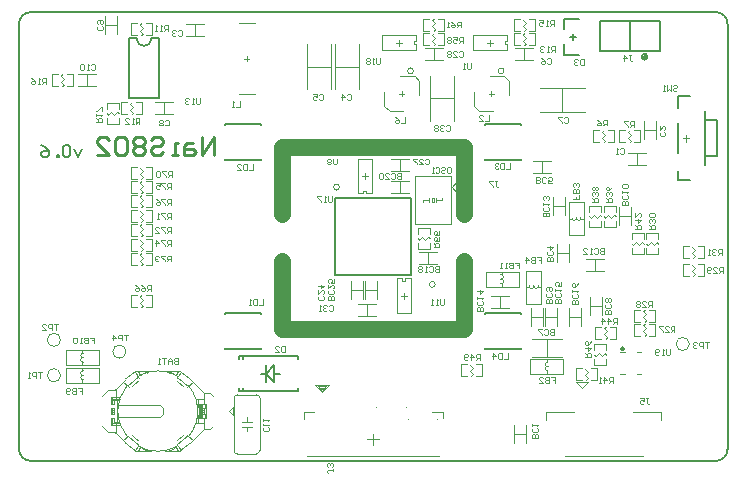
<source format=gbo>
%FSLAX44Y44*%
%MOMM*%
G71*
G01*
G75*
G04 Layer_Color=32896*
%ADD10R,1.5000X0.4000*%
%ADD11R,0.6000X0.5000*%
%ADD12R,1.2000X1.6000*%
%ADD13R,0.5000X0.6000*%
%ADD14R,1.3970X1.3970*%
%ADD15R,1.2700X0.5080*%
%ADD16R,1.0160X0.8890*%
%ADD17R,0.8890X1.0160*%
%ADD18P,1.8385X4X90.0*%
%ADD19R,0.7000X0.6000*%
%ADD20R,1.4000X0.6000*%
%ADD21R,0.8000X1.6000*%
%ADD22R,1.2500X0.3000*%
%ADD23R,1.2000X1.4000*%
%ADD24R,1.2000X2.2000*%
%ADD25R,1.6000X1.4000*%
%ADD26R,1.1000X1.4000*%
%ADD27R,0.7000X1.6000*%
%ADD28R,1.0668X0.8128*%
G04:AMPARAMS|DCode=29|XSize=0.22mm|YSize=0.8mm|CornerRadius=0mm|HoleSize=0mm|Usage=FLASHONLY|Rotation=180.000|XOffset=0mm|YOffset=0mm|HoleType=Round|Shape=RoundedRectangle|*
%AMROUNDEDRECTD29*
21,1,0.2200,0.8000,0,0,180.0*
21,1,0.2200,0.8000,0,0,180.0*
1,1,0.0000,-0.1100,0.4000*
1,1,0.0000,0.1100,0.4000*
1,1,0.0000,0.1100,-0.4000*
1,1,0.0000,-0.1100,-0.4000*
%
%ADD29ROUNDEDRECTD29*%
%ADD30R,4.3000X4.3000*%
G04:AMPARAMS|DCode=31|XSize=0.22mm|YSize=0.8mm|CornerRadius=0mm|HoleSize=0mm|Usage=FLASHONLY|Rotation=270.000|XOffset=0mm|YOffset=0mm|HoleType=Round|Shape=RoundedRectangle|*
%AMROUNDEDRECTD31*
21,1,0.2200,0.8000,0,0,270.0*
21,1,0.2200,0.8000,0,0,270.0*
1,1,0.0000,-0.4000,-0.1100*
1,1,0.0000,-0.4000,0.1100*
1,1,0.0000,0.4000,0.1100*
1,1,0.0000,0.4000,-0.1100*
%
%ADD31ROUNDEDRECTD31*%
%ADD32R,0.8128X0.8128*%
%ADD33R,0.7600X1.5200*%
%ADD34R,1.2954X1.6002*%
%ADD35R,1.2000X1.2500*%
%ADD36R,2.4000X1.2500*%
%ADD37C,0.4000*%
%ADD38C,0.2000*%
%ADD39C,0.1270*%
%ADD40C,0.2540*%
%ADD41C,0.6000*%
%ADD42C,0.3000*%
%ADD43R,1.3000X1.2000*%
%ADD44C,0.0254*%
%ADD45C,1.5240*%
%ADD46R,1.5240X1.5240*%
G04:AMPARAMS|DCode=47|XSize=4mm|YSize=4mm|CornerRadius=2mm|HoleSize=0mm|Usage=FLASHONLY|Rotation=0.000|XOffset=0mm|YOffset=0mm|HoleType=Round|Shape=RoundedRectangle|*
%AMROUNDEDRECTD47*
21,1,4.0000,0.0000,0,0,0.0*
21,1,0.0000,4.0000,0,0,0.0*
1,1,4.0000,0.0000,0.0000*
1,1,4.0000,0.0000,0.0000*
1,1,4.0000,0.0000,0.0000*
1,1,4.0000,0.0000,0.0000*
%
%ADD47ROUNDEDRECTD47*%
%ADD48C,0.5000*%
%ADD49C,4.4000*%
%ADD50C,3.6000*%
%ADD51C,0.8000*%
%ADD52R,0.7250X2.3500*%
%ADD53P,1.8385X4X180.0*%
%ADD54R,0.8128X0.8128*%
%ADD55R,1.1000X0.5000*%
%ADD56R,0.6000X0.3500*%
%ADD57R,0.3500X0.6000*%
%ADD58R,0.3500X1.0000*%
%ADD59R,2.1500X6.3000*%
G04:AMPARAMS|DCode=60|XSize=2mm|YSize=2mm|CornerRadius=0mm|HoleSize=0mm|Usage=FLASHONLY|Rotation=180.000|XOffset=0mm|YOffset=0mm|HoleType=Round|Shape=RoundedRectangle|*
%AMROUNDEDRECTD60*
21,1,2.0000,2.0000,0,0,180.0*
21,1,2.0000,2.0000,0,0,180.0*
1,1,0.0000,-1.0000,1.0000*
1,1,0.0000,1.0000,1.0000*
1,1,0.0000,1.0000,-1.0000*
1,1,0.0000,-1.0000,-1.0000*
%
%ADD60ROUNDEDRECTD60*%
%ADD61R,1.3970X1.3970*%
%ADD62R,1.6000X2.2000*%
%ADD63R,2.1000X3.0000*%
%ADD64R,0.8000X2.1000*%
%ADD65R,1.0000X1.5000*%
%ADD66R,1.5000X0.8000*%
%ADD67R,0.7500X0.2000*%
%ADD68R,0.2000X0.7500*%
%ADD69R,0.5000X1.1000*%
%ADD70R,2.0320X0.6096*%
%ADD71O,2.0320X0.6096*%
%ADD72R,1.6000X1.2000*%
%ADD73C,0.8000*%
%ADD74R,1.9250X2.3500*%
%ADD75C,4.0000*%
%ADD76C,0.1200*%
%ADD77C,0.1250*%
%ADD78C,0.1524*%
%ADD79C,0.2032*%
%ADD80C,0.1000*%
%ADD81R,1.7000X0.6000*%
%ADD82R,0.8000X0.7000*%
%ADD83R,1.4000X1.8000*%
%ADD84R,0.7000X0.8000*%
%ADD85R,1.5970X1.5970*%
%ADD86R,1.4700X0.7080*%
%ADD87R,1.2160X1.0890*%
%ADD88R,1.0890X1.2160*%
%ADD89P,2.1213X4X90.0*%
%ADD90R,0.9000X0.8000*%
%ADD91R,1.6000X0.8000*%
%ADD92R,1.0000X1.8000*%
%ADD93R,1.4500X0.5000*%
%ADD94R,1.4000X1.6000*%
%ADD95R,1.4000X2.4000*%
%ADD96R,1.8000X1.6000*%
%ADD97R,1.3000X1.6000*%
%ADD98R,0.9000X1.8000*%
%ADD99R,1.2668X1.0128*%
G04:AMPARAMS|DCode=100|XSize=0.42mm|YSize=1mm|CornerRadius=0mm|HoleSize=0mm|Usage=FLASHONLY|Rotation=180.000|XOffset=0mm|YOffset=0mm|HoleType=Round|Shape=RoundedRectangle|*
%AMROUNDEDRECTD100*
21,1,0.4200,1.0000,0,0,180.0*
21,1,0.4200,1.0000,0,0,180.0*
1,1,0.0000,-0.2100,0.5000*
1,1,0.0000,0.2100,0.5000*
1,1,0.0000,0.2100,-0.5000*
1,1,0.0000,-0.2100,-0.5000*
%
%ADD100ROUNDEDRECTD100*%
%ADD101R,4.5000X4.5000*%
G04:AMPARAMS|DCode=102|XSize=0.42mm|YSize=1mm|CornerRadius=0mm|HoleSize=0mm|Usage=FLASHONLY|Rotation=270.000|XOffset=0mm|YOffset=0mm|HoleType=Round|Shape=RoundedRectangle|*
%AMROUNDEDRECTD102*
21,1,0.4200,1.0000,0,0,270.0*
21,1,0.4200,1.0000,0,0,270.0*
1,1,0.0000,-0.5000,-0.2100*
1,1,0.0000,-0.5000,0.2100*
1,1,0.0000,0.5000,0.2100*
1,1,0.0000,0.5000,-0.2100*
%
%ADD102ROUNDEDRECTD102*%
%ADD103R,1.0128X1.0128*%
%ADD104R,0.9600X1.7200*%
%ADD105R,1.4954X1.8002*%
%ADD106R,1.4000X1.4500*%
%ADD107R,2.6000X1.4500*%
%ADD108C,1.7240*%
%ADD109R,1.7240X1.7240*%
G04:AMPARAMS|DCode=110|XSize=4.2mm|YSize=4.2mm|CornerRadius=2.1mm|HoleSize=0mm|Usage=FLASHONLY|Rotation=0.000|XOffset=0mm|YOffset=0mm|HoleType=Round|Shape=RoundedRectangle|*
%AMROUNDEDRECTD110*
21,1,4.2000,0.0000,0,0,0.0*
21,1,0.0000,4.2000,0,0,0.0*
1,1,4.2000,0.0000,0.0000*
1,1,4.2000,0.0000,0.0000*
1,1,4.2000,0.0000,0.0000*
1,1,4.2000,0.0000,0.0000*
%
%ADD110ROUNDEDRECTD110*%
%ADD111C,0.7000*%
%ADD112C,4.6000*%
%ADD113R,1.4000X2.5500*%
%ADD114C,1.0000*%
%ADD115R,0.9250X2.5500*%
%ADD116P,2.1213X4X180.0*%
%ADD117R,1.0128X1.0128*%
%ADD118R,1.3000X0.7000*%
%ADD119R,0.8000X0.5500*%
%ADD120R,0.5500X0.8000*%
%ADD121R,0.5500X1.2000*%
%ADD122R,2.3500X6.5000*%
G04:AMPARAMS|DCode=123|XSize=2.2mm|YSize=2.2mm|CornerRadius=0mm|HoleSize=0mm|Usage=FLASHONLY|Rotation=180.000|XOffset=0mm|YOffset=0mm|HoleType=Round|Shape=RoundedRectangle|*
%AMROUNDEDRECTD123*
21,1,2.2000,2.2000,0,0,180.0*
21,1,2.2000,2.2000,0,0,180.0*
1,1,0.0000,-1.1000,1.1000*
1,1,0.0000,1.1000,1.1000*
1,1,0.0000,1.1000,-1.1000*
1,1,0.0000,-1.1000,-1.1000*
%
%ADD123ROUNDEDRECTD123*%
%ADD124R,1.5970X1.5970*%
%ADD125R,1.8000X2.4000*%
%ADD126R,2.3000X3.2000*%
%ADD127R,1.0000X2.3000*%
%ADD128R,1.2000X1.7000*%
%ADD129R,1.7000X1.0000*%
%ADD130R,0.9500X0.4000*%
%ADD131R,0.4000X0.9500*%
%ADD132R,0.7000X1.3000*%
%ADD133R,2.2320X0.8096*%
%ADD134O,2.2320X0.8096*%
%ADD135R,1.8000X1.4000*%
%ADD136C,4.2000*%
%ADD137C,0.1999*%
%ADD138C,0.1501*%
%ADD139C,0.1500*%
%ADD140C,1.4000*%
D38*
X-114000Y-104000D02*
Y-101500D01*
Y-130500D02*
Y-128000D01*
X-110000Y-130500D02*
Y-128000D01*
X-114000Y-130500D02*
X-64000D01*
X-110000Y-104000D02*
Y-101500D01*
X-64000Y-104000D02*
Y-101500D01*
Y-130500D02*
Y-128000D01*
X-114000Y-101500D02*
X-64000D01*
X-83780Y-116000D02*
X-79000D01*
X-95000D02*
X-90800D01*
Y-123200D02*
Y-108800D01*
X-83780Y-123000D02*
Y-109000D01*
X-90800Y-116000D02*
X-83775Y-108975D01*
X-90800Y-116000D02*
X-83800Y-123000D01*
X-290000Y190000D02*
G03*
X-300000Y180000I0J-10000D01*
G01*
Y-180000D02*
G03*
X-290000Y-190000I10000J0D01*
G01*
X299941Y180000D02*
G03*
X289941Y190000I-10000J0D01*
G01*
Y-190000D02*
G03*
X299941Y-180000I0J10000D01*
G01*
X-290000Y190000D02*
X289941Y190000D01*
X-290000Y-190000D02*
X289941Y-190000D01*
X-300000Y-180000D02*
Y180000D01*
X300000Y-180000D02*
Y180000D01*
D39*
X-125250Y-66000D02*
Y-64750D01*
Y-95250D02*
Y-94000D01*
X-94750Y-66000D02*
Y-64750D01*
Y-95250D02*
Y-94000D01*
X-125250Y-95250D02*
X-94750D01*
X-125250Y-64750D02*
X-94750D01*
X-32000Y32500D02*
X32000D01*
X-32000Y-32500D02*
X32000D01*
Y32500D01*
X-32000Y-32500D02*
Y32500D01*
X94750Y-66000D02*
Y-64750D01*
Y-95250D02*
Y-94000D01*
X125250Y-66000D02*
Y-64750D01*
Y-95250D02*
Y-94000D01*
X94750Y-95250D02*
X125250D01*
X94750Y-64750D02*
X125250D01*
Y64750D02*
Y66000D01*
Y94000D02*
Y95250D01*
X94750Y64750D02*
Y66000D01*
Y94000D02*
Y95250D01*
X125250D01*
X94750Y64750D02*
X125250D01*
X-94750D02*
Y66000D01*
Y94000D02*
Y95250D01*
X-125250Y64750D02*
Y66000D01*
Y94000D02*
Y95250D01*
X-94750D01*
X-125250Y64750D02*
X-94750D01*
X-246450Y74164D02*
X-249782Y67500D01*
X-253114Y74164D01*
X-256447Y75830D02*
X-258113Y77497D01*
X-261445D01*
X-263111Y75830D01*
Y69166D01*
X-261445Y67500D01*
X-258113D01*
X-256447Y69166D01*
Y75830D01*
X-266444Y67500D02*
Y69166D01*
X-268110D01*
Y67500D01*
X-266444D01*
X-281439Y77497D02*
X-278106Y75830D01*
X-274774Y72498D01*
Y69166D01*
X-276440Y67500D01*
X-279773D01*
X-281439Y69166D01*
Y70832D01*
X-279773Y72498D01*
X-274774D01*
D40*
X212000Y-95000D02*
G03*
X212000Y-95000I-1000J0D01*
G01*
X-135000Y69000D02*
Y84235D01*
X-145157Y69000D01*
Y84235D01*
X-152774Y79157D02*
X-157853D01*
X-160392Y76617D01*
Y69000D01*
X-152774D01*
X-150235Y71539D01*
X-152774Y74078D01*
X-160392D01*
X-165470Y69000D02*
X-170548D01*
X-168009D01*
Y79157D01*
X-165470D01*
X-188323Y81696D02*
X-185784Y84235D01*
X-180705D01*
X-178166Y81696D01*
Y79157D01*
X-180705Y76617D01*
X-185784D01*
X-188323Y74078D01*
Y71539D01*
X-185784Y69000D01*
X-180705D01*
X-178166Y71539D01*
X-193401Y81696D02*
X-195940Y84235D01*
X-201019D01*
X-203558Y81696D01*
Y79157D01*
X-201019Y76617D01*
X-203558Y74078D01*
Y71539D01*
X-201019Y69000D01*
X-195940D01*
X-193401Y71539D01*
Y74078D01*
X-195940Y76617D01*
X-193401Y79157D01*
Y81696D01*
X-195940Y76617D02*
X-201019D01*
X-208636Y81696D02*
X-211175Y84235D01*
X-216254D01*
X-218793Y81696D01*
Y71539D01*
X-216254Y69000D01*
X-211175D01*
X-208636Y71539D01*
Y81696D01*
X-234028Y69000D02*
X-223871D01*
X-234028Y79157D01*
Y81696D01*
X-231489Y84235D01*
X-226410D01*
X-223871Y81696D01*
D44*
X28993Y-154584D02*
X29000D01*
X2493Y-143984D02*
X2500D01*
X27493D02*
X27500D01*
X53993Y-154584D02*
X54000D01*
D76*
X-209410Y-97500D02*
G03*
X-209410Y-97500I-5590J0D01*
G01*
X267590Y-91000D02*
G03*
X267590Y-91000I-5590J0D01*
G01*
X-264810Y-117500D02*
G03*
X-264810Y-117500I-5590J0D01*
G01*
Y-87500D02*
G03*
X-264810Y-87500I-5590J0D01*
G01*
X-96000Y-137000D02*
G03*
X-99000Y-134000I-3000J0D01*
G01*
Y-184000D02*
G03*
X-96000Y-181000I0J3000D01*
G01*
X-118000D02*
G03*
X-115000Y-184000I3000J0D01*
G01*
Y-134000D02*
G03*
X-118000Y-137000I0J-3000D01*
G01*
X85000Y110750D02*
Y122000D01*
X85000Y110750D02*
X89750Y106000D01*
X89750Y106000D02*
X101250D01*
X100000Y119000D02*
Y123000D01*
X98000Y121000D02*
X102000D01*
X115000Y120000D02*
Y132000D01*
X99000Y136000D02*
X111000D01*
Y136000D02*
X115000Y132000D01*
X-114081Y120546D02*
X-100081D01*
X-114081Y180546D02*
X-100081D01*
X-109081Y150546D02*
X-105081D01*
X-107081Y148546D02*
Y152546D01*
X35377Y10854D02*
Y50854D01*
Y10854D02*
X65377D01*
Y50854D01*
X35377D02*
X65377D01*
X53377Y28854D02*
Y32854D01*
X51377Y28854D02*
Y32854D01*
X49377Y28854D02*
X51377D01*
X49377D02*
Y32854D01*
X51377D01*
X47377Y28854D02*
Y32854D01*
X66377Y41854D02*
X70377Y45854D01*
Y37854D02*
Y45854D01*
X66377Y41854D02*
X70377Y37854D01*
X53377Y30854D02*
X58377D01*
Y32854D01*
X42377Y30854D02*
X47377D01*
X42377Y28854D02*
Y30854D01*
X35377Y10854D02*
Y50854D01*
Y10854D02*
X65377D01*
Y50854D01*
X35377D02*
X65377D01*
X-44500Y-127934D02*
X-42500D01*
X-43500Y-128934D02*
X-42500Y-127934D01*
X-49500Y-125934D02*
X-37500D01*
X-43500Y-131934D02*
X-37500Y-125934D01*
X-49500D02*
X-43500Y-131934D01*
X-44500Y-127934D02*
X-43500Y-128934D01*
X-47000Y-126934D02*
X-40000D01*
X-43500Y-130434D02*
X-40000Y-126934D01*
X-47000D02*
X-43500Y-130434D01*
X50000Y-148584D02*
X58750D01*
X-56260Y-185584D02*
X55680D01*
X-5080Y-171584D02*
X5080D01*
X0Y-176134D02*
Y-167244D01*
X58750Y-154014D02*
Y-148584D01*
X-58750D02*
X-50000D01*
X-58750Y-154514D02*
Y-148584D01*
X9000Y110750D02*
Y122000D01*
X9000Y110750D02*
X13750Y106000D01*
X13750Y106000D02*
X25250D01*
X24000Y119000D02*
Y123000D01*
X22000Y121000D02*
X26000D01*
X39000Y120000D02*
Y132000D01*
X23000Y136000D02*
X35000D01*
Y136000D02*
X39000Y132000D01*
X-107000Y-157000D02*
Y-153000D01*
Y-165000D02*
Y-161000D01*
X-111000D02*
X-103000D01*
X-111000Y-157000D02*
X-103000D01*
X-115000Y-134000D02*
X-99000D01*
X-96000Y-181000D02*
Y-137000D01*
X-115000Y-184000D02*
X-99000D01*
X-118000Y-181000D02*
Y-137000D01*
D77*
X148269Y-106190D02*
G03*
X148272Y-109999I-634J-1905D01*
G01*
X148269Y-110000D02*
G03*
X148272Y-113809I-634J-1905D01*
G01*
X-28592Y41837D02*
G03*
X-28592Y41837I-2500J0D01*
G01*
X107731Y-36000D02*
G03*
X107728Y-32191I634J1905D01*
G01*
X107731Y-39810D02*
G03*
X107728Y-36001I634J1905D01*
G01*
X52461Y-40517D02*
G03*
X52461Y-40517I-2500J0D01*
G01*
X132190Y-41487D02*
G03*
X135999Y-41483I1905J-634D01*
G01*
X136000Y-41487D02*
G03*
X139809Y-41483I1905J-634D01*
G01*
X-245181Y-98689D02*
G03*
X-245178Y-102499I-634J-1905D01*
G01*
X-245181Y-102499D02*
G03*
X-245178Y-106309I-634J-1905D01*
G01*
X168190Y16269D02*
G03*
X171999Y16272I1905J-634D01*
G01*
X172000Y16269D02*
G03*
X175809Y16272I1905J-634D01*
G01*
X-198936Y-119202D02*
G03*
X-207715Y-126569I16500J-28579D01*
G01*
X-201653Y-114434D02*
G03*
X-209568Y-120519I19308J-33308D01*
G01*
X-201653Y-181128D02*
G03*
X-201361Y-181295I19308J33308D01*
G01*
X-199285Y-177082D02*
G03*
X-197570Y-178003I16849J29301D01*
G01*
X-197570Y-178003D02*
G03*
X-197040Y-178263I15134J30222D01*
G01*
X-207715Y-168993D02*
G03*
X-198936Y-176360I25280J21212D01*
G01*
X-209568Y-175043D02*
G03*
X-201653Y-181127I27224J27224D01*
G01*
X-163209Y-181125D02*
G03*
X-155061Y-174906I-19075J33442D01*
G01*
Y-120656D02*
G03*
X-163209Y-114437I-27224J-27224D01*
G01*
X-167302Y-178003D02*
G03*
X-165536Y-177052I-15134J30222D01*
G01*
X-165536Y-118509D02*
G03*
X-167302Y-117558I-16900J-29272D01*
G01*
X-197623Y-117585D02*
G03*
X-199336Y-118509I15187J-30196D01*
G01*
X-197040Y-117299D02*
G03*
X-197570Y-117558I14605J-30482D01*
G01*
X-165834Y-172768D02*
G03*
X-160711Y-168469I-16602J24988D01*
G01*
X-165936Y-176360D02*
G03*
X-157156Y-168993I-16500J28579D01*
G01*
X-160711Y-127092D02*
G03*
X-165834Y-122793I-21725J-20689D01*
G01*
X-157156Y-126569D02*
G03*
X-165936Y-119202I-25280J-21212D01*
G01*
X-199038Y-122793D02*
G03*
X-204161Y-127092I16602J-24988D01*
G01*
Y-168469D02*
G03*
X-199038Y-172768I21725J20689D01*
G01*
X-167302Y-117558D02*
G03*
X-167831Y-117299I-15134J-30222D01*
G01*
Y-178263D02*
G03*
X-167302Y-178003I-14605J30482D01*
G01*
X-156544Y-169507D02*
G03*
X-150147Y-157776I-25892J21726D01*
G01*
X-214218Y-159286D02*
G03*
X-208328Y-169507I31782J11505D01*
G01*
X-150147Y-137786D02*
G03*
X-156544Y-126055I-32288J-9995D01*
G01*
X-214563Y-158281D02*
G03*
X-214218Y-159285I32127J10501D01*
G01*
X-208328Y-126055D02*
G03*
X-214218Y-136276I25892J-21726D01*
G01*
X-214218Y-136276D02*
G03*
X-214563Y-137280I31782J-11505D01*
G01*
X-149939Y-157778D02*
G03*
X-149939Y-137783I-32497J9997D01*
G01*
X-167745Y-117119D02*
G03*
X-197127Y-117119I-14691J-30662D01*
G01*
X-214772Y-137274D02*
G03*
X-214772Y-158287I32336J-10507D01*
G01*
X-197127Y-178443D02*
G03*
X-167745Y-178443I14691J30662D01*
G01*
X34000Y140230D02*
G03*
X34000Y140230I-2500J0D01*
G01*
X110730D02*
G03*
X110730Y140230I-2500J0D01*
G01*
X-245181Y-113689D02*
G03*
X-245178Y-117499I-634J-1905D01*
G01*
X-245181Y-117499D02*
G03*
X-245178Y-121309I-634J-1905D01*
G01*
X215380Y60920D02*
X223000D01*
Y71080D01*
X215380D02*
X223000D01*
Y60920D02*
X230620D01*
X223000D02*
Y71080D01*
X230620D01*
X118920Y-167000D02*
Y-159380D01*
Y-167000D02*
X129080D01*
Y-159380D01*
X118920Y-174620D02*
Y-167000D01*
X129080D01*
Y-174620D02*
Y-167000D01*
X135257Y53540D02*
X142877D01*
Y63700D01*
X135257D02*
X142877D01*
Y53540D02*
X150497D01*
X142877D02*
Y63700D01*
X150497D01*
X140950Y105840D02*
X179050D01*
X140950Y126160D02*
X179050D01*
X160000Y105840D02*
Y126160D01*
X127730Y159910D02*
X135350D01*
X127730Y149750D02*
Y159910D01*
Y149750D02*
X135350D01*
X120110Y159910D02*
X127730D01*
Y149750D02*
Y159910D01*
X120110Y149750D02*
X127730D01*
X118840Y174150D02*
X123920D01*
X118840D02*
Y184310D01*
X123920D01*
X131540Y174150D02*
X136620D01*
Y184310D01*
X131540D02*
X136620D01*
X127730Y174150D02*
X129000Y175420D01*
X126460Y177960D02*
X129000Y175420D01*
X126460Y177960D02*
X129000Y180500D01*
X126460Y183040D02*
X129000Y180500D01*
X126460Y183040D02*
X127730Y184310D01*
X134300Y-86380D02*
X159700D01*
X134300Y-101620D02*
X159700D01*
X147000D02*
Y-86380D01*
Y-106190D02*
Y-104000D01*
Y-116000D02*
Y-113810D01*
X157160Y-103650D02*
X160970D01*
Y-116350D02*
Y-103650D01*
X133030Y-116350D02*
X160970D01*
X133030D02*
Y-103650D01*
X157160D01*
X196623Y-86431D02*
X197893Y-85161D01*
X195353Y-82620D02*
X197893Y-85161D01*
X195353Y-82620D02*
X197893Y-80080D01*
X195353Y-77540D02*
X197893Y-80080D01*
X195353Y-77540D02*
X196623Y-76270D01*
X187733Y-86431D02*
X192813D01*
X187733D02*
Y-76270D01*
X192813D01*
X200433Y-86431D02*
X205513D01*
Y-76270D01*
X200433D02*
X205513D01*
X195810Y-98730D02*
X197080Y-100000D01*
X193270Y-101270D02*
X195810Y-98730D01*
X190730D02*
X193270Y-101270D01*
X188190D02*
X190730Y-98730D01*
X186920Y-100000D02*
X188190Y-101270D01*
X197080Y-108890D02*
Y-103810D01*
X186920Y-108890D02*
X197080D01*
X186920D02*
Y-103810D01*
X197080Y-96190D02*
Y-91110D01*
X186920D02*
X197080D01*
X186920Y-96190D02*
Y-91110D01*
X-13092Y36837D02*
X-8342D01*
Y38649D01*
X-5842D01*
Y36837D02*
Y38649D01*
Y36837D02*
X-1092D01*
Y65837D01*
X-13092D02*
X-1092D01*
X-13092Y36837D02*
Y65837D01*
X-7092Y48837D02*
Y53837D01*
X-9592Y51337D02*
X-4592D01*
X-196601Y48920D02*
X-195331Y50190D01*
X-197871Y52730D02*
X-195331Y50190D01*
X-197871Y52730D02*
X-195331Y55270D01*
X-197871Y57810D02*
X-195331Y55270D01*
X-197871Y57810D02*
X-196601Y59080D01*
X-205491Y48920D02*
X-200411D01*
X-205491D02*
Y59080D01*
X-200411D01*
X-192791Y48920D02*
X-187711D01*
Y59080D01*
X-192791D02*
X-187711D01*
X-192791Y34784D02*
X-187711D01*
Y24624D02*
Y34784D01*
X-192791Y24624D02*
X-187711D01*
X-205491Y34784D02*
X-200411D01*
X-205491Y24624D02*
Y34784D01*
Y24624D02*
X-200411D01*
X-197871Y33514D02*
X-196601Y34784D01*
X-197871Y33514D02*
X-195331Y30974D01*
X-197871Y28434D02*
X-195331Y30974D01*
X-197871Y28434D02*
X-195331Y25894D01*
X-196601Y24624D02*
X-195331Y25894D01*
X-192791Y46979D02*
X-187711D01*
Y36819D02*
Y46979D01*
X-192791Y36819D02*
X-187711D01*
X-205491Y46979D02*
X-200411D01*
X-205491Y36819D02*
Y46979D01*
Y36819D02*
X-200411D01*
X-197871Y45709D02*
X-196601Y46979D01*
X-197871Y45709D02*
X-195331Y43169D01*
X-197871Y40629D02*
X-195331Y43169D01*
X-197871Y40629D02*
X-195331Y38089D01*
X-196601Y36819D02*
X-195331Y38089D01*
X-192791Y-14002D02*
X-187711D01*
Y-24162D02*
Y-14002D01*
X-192791Y-24162D02*
X-187711D01*
X-205491Y-14002D02*
X-200411D01*
X-205491Y-24162D02*
Y-14002D01*
Y-24162D02*
X-200411D01*
X-197871Y-15272D02*
X-196601Y-14002D01*
X-197871Y-15272D02*
X-195331Y-17812D01*
X-197871Y-20352D02*
X-195331Y-17812D01*
X-197871Y-20352D02*
X-195331Y-22892D01*
X-196601Y-24162D02*
X-195331Y-22892D01*
X-192791Y-1973D02*
X-187711D01*
Y-12133D02*
Y-1973D01*
X-192791Y-12133D02*
X-187711D01*
X-205491Y-1973D02*
X-200411D01*
X-205491Y-12133D02*
Y-1973D01*
Y-12133D02*
X-200411D01*
X-197871Y-3243D02*
X-196601Y-1973D01*
X-197871Y-3243D02*
X-195331Y-5783D01*
X-197871Y-8323D02*
X-195331Y-5783D01*
X-197871Y-8323D02*
X-195331Y-10863D01*
X-196601Y-12133D02*
X-195331Y-10863D01*
X-192791Y22593D02*
X-187711D01*
Y12433D02*
Y22593D01*
X-192791Y12433D02*
X-187711D01*
X-205491Y22593D02*
X-200411D01*
X-205491Y12433D02*
Y22593D01*
Y12433D02*
X-200411D01*
X-197871Y21323D02*
X-196601Y22593D01*
X-197871Y21323D02*
X-195331Y18783D01*
X-197871Y16243D02*
X-195331Y18783D01*
X-197871Y16243D02*
X-195331Y13703D01*
X-196601Y12433D02*
X-195331Y13703D01*
X-192791Y10324D02*
X-187711D01*
Y164D02*
Y10324D01*
X-192791Y164D02*
X-187711D01*
X-205491Y10324D02*
X-200411D01*
X-205491Y164D02*
Y10324D01*
Y164D02*
X-200411D01*
X-197871Y9054D02*
X-196601Y10324D01*
X-197871Y9054D02*
X-195331Y6514D01*
X-197871Y3974D02*
X-195331Y6514D01*
X-197871Y3974D02*
X-195331Y1434D01*
X-196601Y164D02*
X-195331Y1434D01*
X155552Y-14034D02*
Y-6414D01*
Y-14034D02*
X165712D01*
Y-6414D01*
X155552Y-21654D02*
Y-14034D01*
X165712D01*
Y-21654D02*
Y-14034D01*
X98840Y-42350D02*
X122970D01*
Y-29650D01*
X95030D02*
X122970D01*
X95030Y-42350D02*
Y-29650D01*
Y-42350D02*
X98840D01*
X109000Y-32190D02*
Y-30000D01*
Y-42000D02*
Y-39810D01*
X54966Y172111D02*
X60046D01*
Y161951D02*
Y172111D01*
X54966Y161951D02*
X60046D01*
X42266Y172111D02*
X47346D01*
X42266Y161951D02*
Y172111D01*
Y161951D02*
X47346D01*
X49886Y170841D02*
X51156Y172111D01*
X49886Y170841D02*
X52426Y168301D01*
X49886Y165761D02*
X52426Y168301D01*
X49886Y165761D02*
X52426Y163221D01*
X51156Y161951D02*
X52426Y163221D01*
X15223Y55707D02*
X22843D01*
Y65867D01*
X15223D02*
X22843D01*
Y55707D02*
X30463D01*
X22843D02*
Y65867D01*
X30463D01*
X-5088Y-57090D02*
X2531D01*
X-5088Y-67250D02*
Y-57090D01*
Y-67250D02*
X2531D01*
X-12708Y-57090D02*
X-5088D01*
Y-67250D02*
Y-57090D01*
X-12708Y-67250D02*
X-5088D01*
X27211Y-35517D02*
X31961D01*
X27211Y-37329D02*
Y-35517D01*
X24711Y-37329D02*
X27211D01*
X24711D02*
Y-35517D01*
X19961D02*
X24711D01*
X19961Y-64517D02*
Y-35517D01*
Y-64517D02*
X31961D01*
Y-35517D01*
X25961Y-52517D02*
Y-47517D01*
X23461Y-50017D02*
X28461D01*
X47880Y-10252D02*
Y-5172D01*
X37720Y-10252D02*
X47880D01*
X37720D02*
Y-5172D01*
X47880Y2448D02*
Y7528D01*
X37720D02*
X47880D01*
X37720Y2448D02*
Y7528D01*
X46610Y-92D02*
X47880Y-1362D01*
X44070Y-2632D02*
X46610Y-92D01*
X41530D02*
X44070Y-2632D01*
X38990D02*
X41530Y-92D01*
X37720Y-1362D02*
X38990Y-2632D01*
X-185182Y103807D02*
X-177561D01*
Y113967D01*
X-185182D02*
X-177561D01*
Y103807D02*
X-169942D01*
X-177561D02*
Y113967D01*
X-169942D01*
X-205393Y170562D02*
X-200313D01*
X-205393D02*
Y180722D01*
X-200313D01*
X-192693Y170562D02*
X-187613D01*
Y180722D01*
X-192693D02*
X-187613D01*
X-196503Y170562D02*
X-195233Y171832D01*
X-197773Y174372D02*
X-195233Y171832D01*
X-197773Y174372D02*
X-195233Y176912D01*
X-197773Y179452D02*
X-195233Y176912D01*
X-197773Y179452D02*
X-196503Y180722D01*
X130000Y-42755D02*
X132190D01*
X139810D02*
X142000D01*
X129650Y-32595D02*
Y-28785D01*
X142350D01*
Y-56725D02*
Y-28785D01*
X129650Y-56725D02*
X142350D01*
X129650D02*
Y-32595D01*
X-246450Y-98690D02*
Y-96500D01*
Y-108500D02*
Y-106310D01*
X-236290Y-96150D02*
X-232480D01*
Y-108850D02*
Y-96150D01*
X-260420Y-108850D02*
X-232480D01*
X-260420D02*
Y-96150D01*
X-236290D01*
X-259584Y137249D02*
X-254504D01*
Y127089D02*
Y137249D01*
X-259584Y127089D02*
X-254504D01*
X-272284Y137249D02*
X-267204D01*
X-272284Y127089D02*
Y137249D01*
Y127089D02*
X-267204D01*
X-264664Y135979D02*
X-263394Y137249D01*
X-264664Y135979D02*
X-262124Y133439D01*
X-264664Y130899D02*
X-262124Y133439D01*
X-264664Y130899D02*
X-262124Y128359D01*
X-263394Y127089D02*
X-262124Y128359D01*
X-250014Y127089D02*
X-242394D01*
Y137249D01*
X-250014D02*
X-242394D01*
Y127089D02*
X-234774D01*
X-242394D02*
Y137249D01*
X-234774D01*
X207920Y17000D02*
Y24620D01*
Y17000D02*
X218080D01*
Y24620D01*
X207920Y9380D02*
Y17000D01*
X218080D01*
Y9380D02*
Y17000D01*
X218920Y-2190D02*
Y2890D01*
X229080D01*
Y-2190D02*
Y2890D01*
X218920Y-14890D02*
Y-9810D01*
Y-14890D02*
X229080D01*
Y-9810D01*
X218920Y-6000D02*
X220190Y-7270D01*
X222730Y-4730D01*
X225270Y-7270D01*
X227810Y-4730D01*
X229080Y-6000D01*
X241080Y-14890D02*
Y-9810D01*
X230920Y-14890D02*
X241080D01*
X230920D02*
Y-9810D01*
X241080Y-2190D02*
Y2890D01*
X230920D02*
X241080D01*
X230920Y-2190D02*
Y2890D01*
X239810Y-4730D02*
X241080Y-6000D01*
X237270Y-7270D02*
X239810Y-4730D01*
X234730D02*
X237270Y-7270D01*
X232190D02*
X234730Y-4730D01*
X230920Y-6000D02*
X232190Y-7270D01*
X193080Y8110D02*
Y13190D01*
X182920Y8110D02*
X193080D01*
X182920D02*
Y13190D01*
X193080Y20810D02*
Y25890D01*
X182920D02*
X193080D01*
X182920Y20810D02*
Y25890D01*
X191810Y18270D02*
X193080Y17000D01*
X189270Y15730D02*
X191810Y18270D01*
X186730D02*
X189270Y15730D01*
X184190D02*
X186730Y18270D01*
X182920Y17000D02*
X184190Y15730D01*
X262110Y-33080D02*
X267190D01*
X262110D02*
Y-22920D01*
X267190D01*
X274810Y-33080D02*
X279890D01*
Y-22920D01*
X274810D02*
X279890D01*
X271000Y-33080D02*
X272270Y-31810D01*
X269730Y-29270D02*
X272270Y-31810D01*
X269730Y-29270D02*
X272270Y-26730D01*
X269730Y-24190D02*
X272270Y-26730D01*
X269730Y-24190D02*
X271000Y-22920D01*
X205080Y8110D02*
Y13190D01*
X194920Y8110D02*
X205080D01*
X194920D02*
Y13190D01*
X205080Y20810D02*
Y25890D01*
X194920D02*
X205080D01*
X194920Y20810D02*
Y25890D01*
X203810Y18270D02*
X205080Y17000D01*
X201270Y15730D02*
X203810Y18270D01*
X198730D02*
X201270Y15730D01*
X196190D02*
X198730Y18270D01*
X194920Y17000D02*
X196190Y15730D01*
X269730Y-9190D02*
X271000Y-7920D01*
X269730Y-9190D02*
X272270Y-11730D01*
X269730Y-14270D02*
X272270Y-11730D01*
X269730Y-14270D02*
X272270Y-16810D01*
X271000Y-18080D02*
X272270Y-16810D01*
X274810Y-7920D02*
X279890D01*
Y-18080D02*
Y-7920D01*
X274810Y-18080D02*
X279890D01*
X262110Y-7920D02*
X267190D01*
X262110Y-18080D02*
Y-7920D01*
Y-18080D02*
X267190D01*
X-216920Y171380D02*
Y179000D01*
X-227080D02*
X-216920D01*
X-227080Y171380D02*
Y179000D01*
X-216920D02*
Y186620D01*
X-227080Y179000D02*
X-216920D01*
X-227080D02*
Y186620D01*
X-150854Y179933D02*
X-143234D01*
X-150854Y169773D02*
Y179933D01*
Y169773D02*
X-143234D01*
X-158474Y179933D02*
X-150854D01*
Y169773D02*
Y179933D01*
X-158474Y169773D02*
X-150854D01*
X166000Y15000D02*
X168190D01*
X175810D02*
X178000D01*
X165650Y25160D02*
Y28970D01*
X178350D01*
Y1030D02*
Y28970D01*
X165650Y1030D02*
X178350D01*
X165650D02*
Y25160D01*
X-19108Y-45153D02*
Y-37533D01*
Y-45153D02*
X-8948D01*
Y-37533D01*
X-19108Y-52773D02*
Y-45153D01*
X-8948D01*
Y-52773D02*
Y-45153D01*
X15302Y36573D02*
X22922D01*
Y46733D01*
X15302D02*
X22922D01*
Y36573D02*
X30542D01*
X22922D02*
Y46733D01*
X30542D01*
X175758Y-75620D02*
Y-68000D01*
X165598D02*
X175758D01*
X165598Y-75620D02*
Y-68000D01*
X175758D02*
Y-60380D01*
X165598Y-68000D02*
X175758D01*
X165598D02*
Y-60380D01*
X145598Y-68000D02*
Y-60380D01*
Y-68000D02*
X155758D01*
Y-60380D01*
X145598Y-75620D02*
Y-68000D01*
X155758D01*
Y-75620D02*
Y-68000D01*
X151920Y26000D02*
Y33620D01*
Y26000D02*
X162080D01*
Y33620D01*
X151920Y18380D02*
Y26000D01*
X162080D01*
Y18380D02*
Y26000D01*
X144080Y-75620D02*
Y-68000D01*
X133920D02*
X144080D01*
X133920Y-75620D02*
Y-68000D01*
X144080D02*
Y-60380D01*
X133920Y-68000D02*
X144080D01*
X133920D02*
Y-60380D01*
X217000Y79920D02*
X218270Y81190D01*
X215730Y83730D02*
X218270Y81190D01*
X215730Y83730D02*
X218270Y86270D01*
X215730Y88810D02*
X218270Y86270D01*
X215730Y88810D02*
X217000Y90080D01*
X208110Y79920D02*
X213190D01*
X208110D02*
Y90080D01*
X213190D01*
X220810Y79920D02*
X225890D01*
Y90080D01*
X220810D02*
X225890D01*
X179230Y-112190D02*
X180500Y-110920D01*
X179230Y-112190D02*
X181770Y-114730D01*
X179230Y-117270D02*
X181770Y-114730D01*
X179230Y-117270D02*
X181770Y-119810D01*
X180500Y-121080D02*
X181770Y-119810D01*
X184310Y-110920D02*
X189390D01*
Y-121080D02*
Y-110920D01*
X184310Y-121080D02*
X189390D01*
X171610Y-110920D02*
X176690D01*
X171610Y-121080D02*
Y-110920D01*
Y-121080D02*
X176690D01*
X38465Y-23147D02*
X46085D01*
Y-12987D01*
X38465D02*
X46085D01*
Y-23147D02*
X53705D01*
X46085D02*
Y-12987D01*
X53705D01*
X81730Y-109190D02*
X83000Y-107920D01*
X81730Y-109190D02*
X84270Y-111730D01*
X81730Y-114270D02*
X84270Y-111730D01*
X81730Y-114270D02*
X84270Y-116810D01*
X83000Y-118080D02*
X84270Y-116810D01*
X86810Y-107920D02*
X91890D01*
Y-118080D02*
Y-107920D01*
X86810Y-118080D02*
X91890D01*
X74110Y-107920D02*
X79190D01*
X74110Y-118080D02*
Y-107920D01*
Y-118080D02*
X79190D01*
X239080Y82380D02*
Y90000D01*
X228920D02*
X239080D01*
X228920Y82380D02*
Y90000D01*
X239080D02*
Y97620D01*
X228920Y90000D02*
X239080D01*
X228920D02*
Y97620D01*
X-32349Y124598D02*
Y162698D01*
X-12029Y124598D02*
Y162698D01*
X-32349Y143648D02*
X-12029D01*
X-220899Y-137581D02*
X-219399D01*
X-220899Y-157981D02*
X-219399D01*
X-212009Y-122959D02*
X-209568Y-120519D01*
X-219330Y-130281D02*
X-218136Y-129086D01*
X-212009Y-122959D01*
X-207710Y-126563D02*
X-206895Y-127246D01*
X-212009Y-122959D02*
X-207710Y-126563D01*
X-199334Y-118508D02*
X-198936Y-119202D01*
X-201665Y-114441D02*
X-199334Y-118508D01*
X-152814Y-122902D02*
X-143436Y-132281D01*
X-155061Y-120656D02*
X-152814Y-122902D01*
X-157164Y-126559D02*
X-152814Y-122902D01*
X-157977Y-127242D02*
X-157164Y-126559D01*
X-212009Y-172602D02*
X-207710Y-168999D01*
X-206895Y-168315D01*
X-218136Y-166475D02*
X-212009Y-172602D01*
X-219330Y-165281D02*
X-218136Y-166475D01*
X-212009Y-172602D02*
X-209568Y-175043D01*
X-198936Y-176360D02*
X-198404Y-175432D01*
X-199334Y-177054D02*
X-198936Y-176360D01*
X-201665Y-181120D02*
X-199334Y-177054D01*
X-201386Y-181281D02*
X-199452D01*
X-197586Y-178026D01*
X-197595Y-177991D02*
X-197586Y-178026D01*
X-163486Y-181281D02*
X-163205Y-181122D01*
X-163486Y-114281D02*
X-163205Y-114439D01*
X-165538Y-177054D02*
X-163205Y-181122D01*
X-167286Y-178025D02*
X-167277Y-177991D01*
X-167286Y-178025D02*
X-165420Y-181281D01*
X-163486D01*
X-165538Y-118508D02*
X-163205Y-114439D01*
X-165420Y-114281D02*
X-163486D01*
X-167286Y-117536D02*
X-165420Y-114281D01*
X-167286Y-117536D02*
X-167277Y-117571D01*
X-197595Y-117571D02*
X-197586Y-117536D01*
X-199452Y-114281D02*
X-197586Y-117536D01*
X-201386Y-114281D02*
X-199452D01*
X-201665Y-114441D02*
X-201386Y-114281D01*
X-198936Y-119202D02*
X-198404Y-120130D01*
X-166467Y-175432D02*
X-165935Y-176360D01*
X-157977Y-168319D02*
X-157164Y-169002D01*
X-166467Y-120129D02*
X-165935Y-119202D01*
X-157164Y-169002D02*
X-152814Y-172659D01*
X-165935Y-176360D02*
X-165538Y-177054D01*
X-155061Y-174906D02*
X-152814Y-172659D01*
X-143436Y-163281D01*
X-165935Y-119202D02*
X-165538Y-118508D01*
X-176626Y-181281D02*
X-172916D01*
X-191955D02*
X-188245D01*
X-199452D02*
X-191955D01*
X-172916D02*
X-165420D01*
X-191955Y-114281D02*
X-188245D01*
X-176626D02*
X-172916D01*
X-165420D01*
X-199452D02*
X-191955D01*
X-197586Y-178026D02*
X-197063Y-178328D01*
Y-178252D01*
Y-117310D02*
Y-117233D01*
X-197586Y-117536D02*
X-197063Y-117233D01*
X-167809Y-117234D02*
X-167286Y-117536D01*
X-167809Y-117310D02*
Y-117234D01*
Y-178328D02*
Y-178252D01*
Y-178328D02*
X-167286Y-178025D01*
X-143436Y-163281D02*
Y-157781D01*
X-150149D02*
X-143436D01*
X-218136Y-159281D02*
Y-158281D01*
Y-166475D02*
Y-159281D01*
X-214219D01*
X-143436Y-137781D02*
Y-132281D01*
X-150149Y-137781D02*
X-143436D01*
X-218136Y-158281D02*
X-214564D01*
X-218136Y-136281D02*
Y-129086D01*
Y-136281D02*
X-214219D01*
X-218136Y-137281D02*
X-214564D01*
X-218136D02*
Y-136281D01*
X-195894Y-179004D02*
X-191955Y-181281D01*
X-197128Y-178442D02*
X-197063Y-178328D01*
X-167809Y-178328D02*
X-167743Y-178442D01*
X-172916Y-181281D02*
X-168979Y-179005D01*
X-197128Y-117119D02*
X-197063Y-117233D01*
X-195894Y-116558D02*
X-191955Y-114281D01*
X-172916D02*
X-168979Y-116557D01*
X-167809Y-117234D02*
X-167743Y-117119D01*
X-220936Y-137281D02*
X-218136D01*
X-220936Y-158281D02*
X-218136D01*
X-191955Y-115141D02*
Y-114281D01*
Y-181281D02*
Y-180421D01*
X-172916Y-181281D02*
Y-180421D01*
Y-115141D02*
Y-114281D01*
X-148599Y-151112D02*
X-147838D01*
Y-144450D01*
X-148599D02*
X-147838D01*
X-221899Y-153781D02*
X-219399D01*
X-221899Y-141781D02*
X-219399D01*
Y-157481D02*
Y-153781D01*
Y-157481D02*
X-219399Y-157565D01*
X-221899Y-150281D02*
X-219694D01*
X-221899Y-145281D02*
X-219694D01*
X-219399Y-138081D02*
X-219399Y-137997D01*
X-219399Y-141781D02*
Y-138081D01*
X-144887Y-145365D02*
X-144754Y-145281D01*
X-142387D01*
Y-141781D01*
X-144887D02*
X-142387D01*
X-144887Y-145365D02*
Y-141781D01*
X-142387Y-145281D02*
X-141436D01*
Y-141781D01*
X-142387D02*
X-141436D01*
Y-153781D02*
Y-150281D01*
X-142387Y-153781D02*
X-141436D01*
X-144887D02*
X-142387D01*
X-145887D02*
X-144887D01*
X-146838D02*
X-145887D01*
X-147838D02*
X-146838D01*
X-148969D02*
X-147838D01*
Y-141781D02*
X-146838D01*
X-145887D01*
X-144887D01*
X-148969D02*
X-147838D01*
X-142387Y-150281D02*
X-141436D01*
X-144754D02*
X-142387D01*
Y-153781D02*
Y-150281D01*
X-144887Y-153781D02*
Y-150197D01*
X-220899Y-141781D02*
X-220899Y-137997D01*
X-220899Y-141781D02*
Y-138081D01*
X-220899Y-137997D01*
X-220899Y-157565D02*
Y-157481D01*
Y-157565D02*
Y-157481D01*
Y-153781D01*
Y-145553D02*
X-219399D01*
X-220899Y-150009D02*
X-219399D01*
X-144887Y-145365D02*
X-143387D01*
X-144887Y-150197D02*
X-143387D01*
X-147838Y-142540D02*
Y-141781D01*
Y-143691D02*
Y-142540D01*
Y-144450D02*
Y-143691D01*
Y-151870D02*
Y-151112D01*
Y-153022D02*
Y-151870D01*
Y-153781D02*
Y-153022D01*
X-143387Y-145549D02*
Y-145365D01*
Y-150197D02*
Y-150013D01*
X-144887Y-147281D02*
X-143436D01*
Y-145549D02*
X-143387D01*
X-144887Y-147281D02*
Y-145365D01*
Y-150197D02*
Y-148281D01*
Y-147281D01*
X-143436Y-150013D02*
X-143387D01*
X-144887Y-148281D02*
X-143436D01*
X-220899Y-157481D02*
X-219399D01*
X-220899Y-157565D02*
X-219399D01*
X-220899Y-137997D02*
X-219399D01*
X-220899Y-138081D02*
X-219399D01*
X-219399Y-157981D02*
Y-157565D01*
Y-137997D02*
Y-137581D01*
Y-147281D02*
Y-145553D01*
Y-148281D02*
Y-147281D01*
Y-150009D02*
Y-148281D01*
X-220899Y-157981D02*
Y-157565D01*
Y-150009D02*
Y-148281D01*
Y-147281D01*
Y-145553D01*
Y-147281D02*
X-219399D01*
X-220899Y-148281D02*
X-219399D01*
X-143436Y-157781D02*
Y-153781D01*
Y-163281D02*
X-138436D01*
X-135436Y-160329D01*
X-141436Y-150281D02*
Y-145281D01*
X-138436Y-132281D02*
X-135436Y-135281D01*
X-143436Y-132281D02*
X-138436D01*
X-143436Y-141781D02*
Y-137781D01*
Y-150013D02*
Y-145549D01*
X-224436Y-130281D02*
X-219330D01*
X-229436Y-160281D02*
X-224436Y-165281D01*
X-219330D01*
X-221936Y-159281D02*
X-218136D01*
X-221936Y-141781D02*
Y-136281D01*
Y-150281D02*
Y-145281D01*
Y-159281D02*
Y-153781D01*
Y-136281D02*
X-218136D01*
X-229436Y-135281D02*
X-224436Y-130281D01*
X-221936Y-136281D02*
X-220936Y-137281D01*
X-221936Y-159281D02*
X-220936Y-158281D01*
Y-141781D02*
Y-137281D01*
Y-150195D02*
Y-145362D01*
Y-158281D02*
Y-153781D01*
X-215394Y-157281D02*
X-215389D01*
X-215476D02*
X-215394D01*
X-216899D02*
X-215476D01*
X-219399D02*
X-216899D01*
X-215476Y-138281D02*
X-215394D01*
X-215389D01*
X-219399D02*
X-216899D01*
X-215476D01*
X-148683Y-151870D02*
X-147838D01*
X-148683Y-143691D02*
X-147838D01*
X-148842Y-142540D02*
X-147838D01*
X-148842Y-153022D02*
X-147838D01*
X-216899Y-157281D02*
Y-138281D01*
X-146838Y-153781D02*
Y-141781D01*
X-145887Y-153781D02*
Y-141781D01*
X-148436D02*
Y-137781D01*
Y-157781D02*
Y-153781D01*
X-215476Y-157281D02*
Y-155804D01*
Y-139757D02*
Y-138281D01*
X-220899Y-137583D02*
Y-137581D01*
Y-137611D02*
Y-137583D01*
Y-137671D02*
Y-137611D01*
Y-137760D02*
Y-137671D01*
Y-137871D02*
Y-137760D01*
Y-137871D02*
X-220899Y-137997D01*
X-215899Y-152781D02*
X-180899D01*
X-178399Y-150281D01*
Y-145281D01*
X-180899Y-142781D02*
X-178399Y-145281D01*
X-215899Y-142781D02*
X-180899D01*
X-122149Y-147781D02*
X-118399Y-151531D01*
X-122149Y-147781D02*
X-118399Y-144031D01*
Y-151531D02*
Y-144031D01*
X107640Y-50379D02*
X115260D01*
X107640Y-60539D02*
Y-50379D01*
Y-60539D02*
X115260D01*
X100020Y-50379D02*
X107640D01*
Y-60539D02*
Y-50379D01*
X100020Y-60539D02*
X107640D01*
X193258Y-66620D02*
Y-59000D01*
X183098D02*
X193258D01*
X183098Y-66620D02*
Y-59000D01*
X193258D02*
Y-51380D01*
X183098Y-59000D02*
X193258D01*
X183098D02*
Y-51380D01*
X188000Y-18920D02*
X195620D01*
X188000Y-29080D02*
Y-18920D01*
Y-29080D02*
X195620D01*
X180380Y-18920D02*
X188000D01*
Y-29080D02*
Y-18920D01*
X180380Y-29080D02*
X188000D01*
X-196601Y-60080D02*
X-195331Y-58810D01*
X-197871Y-56270D02*
X-195331Y-58810D01*
X-197871Y-56270D02*
X-195331Y-53730D01*
X-197871Y-51190D02*
X-195331Y-53730D01*
X-197871Y-51190D02*
X-196601Y-49920D01*
X-205491Y-60080D02*
X-200411D01*
X-205491D02*
Y-49920D01*
X-200411D01*
X-192791Y-60080D02*
X-187711D01*
Y-49920D01*
X-192791D02*
X-187711D01*
X3531Y-52659D02*
Y-45038D01*
X-6629D02*
X3531D01*
X-6629Y-52659D02*
Y-45038D01*
X3531D02*
Y-37418D01*
X-6629Y-45038D02*
X3531D01*
X-6629D02*
Y-37418D01*
X193730Y88810D02*
X195000Y90080D01*
X193730Y88810D02*
X196270Y86270D01*
X193730Y83730D02*
X196270Y86270D01*
X193730Y83730D02*
X196270Y81190D01*
X195000Y79920D02*
X196270Y81190D01*
X198810Y90080D02*
X203890D01*
Y79920D02*
Y90080D01*
X198810Y79920D02*
X203890D01*
X186110Y90080D02*
X191190D01*
X186110Y79920D02*
Y90080D01*
Y79920D02*
X191190D01*
X-213368Y103649D02*
X-208288D01*
X-213368D02*
Y113808D01*
X-208288D01*
X-200668Y103649D02*
X-195588D01*
Y113808D01*
X-200668D02*
X-195588D01*
X-204478Y103649D02*
X-203208Y104918D01*
X-205748Y107458D02*
X-203208Y104918D01*
X-205748Y107458D02*
X-203208Y109999D01*
X-205748Y112538D02*
X-203208Y109999D01*
X-205748Y112538D02*
X-204478Y113808D01*
X221110Y-72080D02*
X226190D01*
X221110D02*
Y-61920D01*
X226190D01*
X233810Y-72080D02*
X238890D01*
Y-61920D01*
X233810D02*
X238890D01*
X230000Y-72080D02*
X231270Y-70810D01*
X228730Y-68270D02*
X231270Y-70810D01*
X228730Y-68270D02*
X231270Y-65730D01*
X228730Y-63190D02*
X231270Y-65730D01*
X228730Y-63190D02*
X230000Y-61920D01*
X221110Y-84080D02*
X226190D01*
X221110D02*
Y-73920D01*
X226190D01*
X233810Y-84080D02*
X238890D01*
Y-73920D01*
X233810D02*
X238890D01*
X230000Y-84080D02*
X231270Y-82810D01*
X228730Y-80270D02*
X231270Y-82810D01*
X228730Y-80270D02*
X231270Y-77730D01*
X228730Y-75190D02*
X231270Y-77730D01*
X228730Y-75190D02*
X230000Y-73920D01*
X176371Y-128056D02*
X181371Y-123056D01*
X171371D02*
X181371D01*
X171371D02*
X176371Y-128056D01*
X162000Y-185584D02*
X228000D01*
X243750Y-155084D02*
Y-148834D01*
X220000D02*
X243750D01*
X146250D02*
X170250D01*
X146250Y-155084D02*
Y-148834D01*
X47840Y117000D02*
X68160D01*
X47840Y97950D02*
Y136050D01*
X68160Y97950D02*
Y136050D01*
X42266Y174150D02*
X47346D01*
X42266D02*
Y184310D01*
X47346D01*
X54966Y174150D02*
X60046D01*
Y184310D01*
X54966D02*
X60046D01*
X51156Y174150D02*
X52426Y175420D01*
X49886Y177960D02*
X52426Y175420D01*
X49886Y177960D02*
X52426Y180500D01*
X49886Y183040D02*
X52426Y180500D01*
X49886Y183040D02*
X51156Y184310D01*
X36500Y158230D02*
Y162980D01*
X34688D02*
X36500D01*
X34688D02*
Y165480D01*
X36500D01*
Y170230D01*
X7500D02*
X36500D01*
X7500Y158230D02*
Y170230D01*
Y158230D02*
X36500D01*
X19500Y164230D02*
X24500D01*
X22000Y161730D02*
Y166730D01*
X43536Y149750D02*
X51156D01*
Y159910D01*
X43536D02*
X51156D01*
Y149750D02*
X58776D01*
X51156D02*
Y159910D01*
X58776D01*
X-56410Y143648D02*
X-36091D01*
Y124598D02*
Y162698D01*
X-56410Y124598D02*
Y162698D01*
X131540Y172111D02*
X136620D01*
Y161951D02*
Y172111D01*
X131540Y161951D02*
X136620D01*
X118840Y172111D02*
X123920D01*
X118840Y161951D02*
Y172111D01*
Y161951D02*
X123920D01*
X126460Y170841D02*
X127730Y172111D01*
X126460Y170841D02*
X129000Y168301D01*
X126460Y165761D02*
X129000Y168301D01*
X126460Y165761D02*
X129000Y163221D01*
X127730Y161951D02*
X129000Y163221D01*
X113230Y158230D02*
Y162980D01*
X111418D02*
X113230D01*
X111418D02*
Y165480D01*
X113230D01*
Y170230D01*
X84230D02*
X113230D01*
X84230Y158230D02*
Y170230D01*
Y158230D02*
X113230D01*
X96230Y164230D02*
X101230D01*
X98730Y161730D02*
Y166730D01*
X-225756Y108251D02*
Y113331D01*
X-215595D01*
Y108251D02*
Y113331D01*
X-225756Y95551D02*
Y100631D01*
Y95551D02*
X-215595D01*
Y100631D01*
X-225756Y104441D02*
X-224485Y103171D01*
X-221945Y105711D01*
X-219405Y103171D01*
X-216866Y105711D01*
X-215595Y104441D01*
X-246450Y-113690D02*
Y-111500D01*
Y-123500D02*
Y-121310D01*
X-236290Y-111150D02*
X-232480D01*
Y-123850D02*
Y-111150D01*
X-260420Y-123850D02*
X-232480D01*
X-260420D02*
Y-111150D01*
X-236290D01*
D78*
X230700Y152220D02*
G03*
X230700Y152220I-1000J0D01*
G01*
X232200D02*
G03*
X232200Y152220I-2500J0D01*
G01*
X217000Y157300D02*
Y182700D01*
X191600Y157300D02*
X242400D01*
X191600D02*
Y182700D01*
X242400D01*
Y157300D02*
Y182700D01*
D79*
X161456Y153811D02*
X174156D01*
X161456Y184291D02*
X174156D01*
X166574Y169051D02*
X171578D01*
X161456Y153811D02*
Y162701D01*
Y175401D02*
Y184291D01*
X169076Y166549D02*
Y171553D01*
D80*
X262460Y83000D02*
X267540D01*
X265000Y79800D02*
Y86100D01*
X223000Y-116000D02*
X227000D01*
X209000D02*
X213250D01*
X223000Y-98000D02*
X227000D01*
X209000D02*
X213000D01*
X251000Y-95002D02*
Y-99167D01*
X250167Y-100000D01*
X248501D01*
X247668Y-99167D01*
Y-95002D01*
X246002Y-100000D02*
X244335D01*
X245169D01*
Y-95002D01*
X246002Y-95835D01*
X241836Y-99167D02*
X241003Y-100000D01*
X239337D01*
X238504Y-99167D01*
Y-95835D01*
X239337Y-95002D01*
X241003D01*
X241836Y-95835D01*
Y-96668D01*
X241003Y-97501D01*
X238504D01*
X119668Y-22002D02*
X123000D01*
Y-24501D01*
X121334D01*
X123000D01*
Y-27000D01*
X118002Y-22002D02*
Y-27000D01*
X115503D01*
X114669Y-26167D01*
Y-25334D01*
X115503Y-24501D01*
X118002D01*
X115503D01*
X114669Y-23668D01*
Y-22835D01*
X115503Y-22002D01*
X118002D01*
X113003Y-27000D02*
X111337D01*
X112170D01*
Y-22002D01*
X113003Y-22835D01*
X108838Y-27000D02*
X107172D01*
X108005D01*
Y-22002D01*
X108838Y-22835D01*
X60000Y-53002D02*
Y-57167D01*
X59167Y-58000D01*
X57501D01*
X56668Y-57167D01*
Y-53002D01*
X55002Y-58000D02*
X53335D01*
X54169D01*
Y-53002D01*
X55002Y-53835D01*
X50836Y-58000D02*
X49170D01*
X50003D01*
Y-53002D01*
X50836Y-53835D01*
X-207500Y-83002D02*
X-210832D01*
X-209166D01*
Y-88000D01*
X-212498D02*
Y-83002D01*
X-214997D01*
X-215830Y-83835D01*
Y-85501D01*
X-214997Y-86334D01*
X-212498D01*
X-219996Y-88000D02*
Y-83002D01*
X-217496Y-85501D01*
X-220829D01*
X284000Y-89002D02*
X280668D01*
X282334D01*
Y-94000D01*
X279002D02*
Y-89002D01*
X276502D01*
X275669Y-89835D01*
Y-91501D01*
X276502Y-92334D01*
X279002D01*
X274003Y-89835D02*
X273170Y-89002D01*
X271504D01*
X270671Y-89835D01*
Y-90668D01*
X271504Y-91501D01*
X272337D01*
X271504D01*
X270671Y-92334D01*
Y-93167D01*
X271504Y-94000D01*
X273170D01*
X274003Y-93167D01*
X-267163Y-74002D02*
X-270495D01*
X-268829D01*
Y-79000D01*
X-272161D02*
Y-74002D01*
X-274660D01*
X-275494Y-74835D01*
Y-76501D01*
X-274660Y-77334D01*
X-272161D01*
X-280492Y-79000D02*
X-277160D01*
X-280492Y-75668D01*
Y-74835D01*
X-279659Y-74002D01*
X-277993D01*
X-277160Y-74835D01*
X-280713Y-115123D02*
X-284045D01*
X-282379D01*
Y-120122D01*
X-285711D02*
Y-115123D01*
X-288210D01*
X-289044Y-115956D01*
Y-117622D01*
X-288210Y-118456D01*
X-285711D01*
X-290710Y-120122D02*
X-292376D01*
X-291543D01*
Y-115123D01*
X-290710Y-115956D01*
X253668Y127165D02*
X254501Y127998D01*
X256167D01*
X257000Y127165D01*
Y126332D01*
X256167Y125499D01*
X254501D01*
X253668Y124666D01*
Y123833D01*
X254501Y123000D01*
X256167D01*
X257000Y123833D01*
X252002Y127998D02*
Y123000D01*
X250336Y124666D01*
X248669Y123000D01*
Y127998D01*
X247003Y123000D02*
X245337D01*
X246170D01*
Y127998D01*
X247003Y127165D01*
X-171000Y40000D02*
Y44998D01*
X-173499D01*
X-174332Y44165D01*
Y42499D01*
X-173499Y41666D01*
X-171000D01*
X-172666D02*
X-174332Y40000D01*
X-175998Y44998D02*
X-179331D01*
Y44165D01*
X-175998Y40833D01*
Y40000D01*
X-184329Y44998D02*
X-180997D01*
Y42499D01*
X-182663Y43332D01*
X-183496D01*
X-184329Y42499D01*
Y40833D01*
X-183496Y40000D01*
X-181830D01*
X-180997Y40833D01*
X-171331Y-8308D02*
Y-3309D01*
X-173830D01*
X-174663Y-4142D01*
Y-5809D01*
X-173830Y-6642D01*
X-171331D01*
X-172997D02*
X-174663Y-8308D01*
X-176329Y-3309D02*
X-179661D01*
Y-4142D01*
X-176329Y-7475D01*
Y-8308D01*
X-183827D02*
Y-3309D01*
X-181327Y-5809D01*
X-184660D01*
X-171331Y-21122D02*
Y-16124D01*
X-173830D01*
X-174663Y-16957D01*
Y-18623D01*
X-173830Y-19456D01*
X-171331D01*
X-172997D02*
X-174663Y-21122D01*
X-176329Y-16124D02*
X-179661D01*
Y-16957D01*
X-176329Y-20289D01*
Y-21122D01*
X-181327Y-16957D02*
X-182161Y-16124D01*
X-183827D01*
X-184660Y-16957D01*
Y-17790D01*
X-183827Y-18623D01*
X-182994D01*
X-183827D01*
X-184660Y-19456D01*
Y-20289D01*
X-183827Y-21122D01*
X-182161D01*
X-181327Y-20289D01*
X-171331Y3343D02*
Y8342D01*
X-173830D01*
X-174663Y7509D01*
Y5842D01*
X-173830Y5009D01*
X-171331D01*
X-172997D02*
X-174663Y3343D01*
X-176329Y8342D02*
X-179661D01*
Y7509D01*
X-176329Y4176D01*
Y3343D01*
X-184660D02*
X-181327D01*
X-184660Y6676D01*
Y7509D01*
X-183827Y8342D01*
X-182161D01*
X-181327Y7509D01*
X-171331Y14924D02*
Y19922D01*
X-173830D01*
X-174663Y19089D01*
Y17423D01*
X-173830Y16590D01*
X-171331D01*
X-172997D02*
X-174663Y14924D01*
X-176329Y19922D02*
X-179661D01*
Y19089D01*
X-176329Y15757D01*
Y14924D01*
X-181327D02*
X-182994D01*
X-182161D01*
Y19922D01*
X-181327Y19089D01*
X-188509Y-45998D02*
Y-40999D01*
X-191009D01*
X-191842Y-41833D01*
Y-43499D01*
X-191009Y-44332D01*
X-188509D01*
X-190175D02*
X-191842Y-45998D01*
X-196840Y-40999D02*
X-195174Y-41833D01*
X-193508Y-43499D01*
Y-45165D01*
X-194341Y-45998D01*
X-196007D01*
X-196840Y-45165D01*
Y-44332D01*
X-196007Y-43499D01*
X-193508D01*
X-201838Y-40999D02*
X-200172Y-41833D01*
X-198506Y-43499D01*
Y-45165D01*
X-199339Y-45998D01*
X-201005D01*
X-201838Y-45165D01*
Y-44332D01*
X-201005Y-43499D01*
X-198506D01*
X51000Y-9000D02*
X55998D01*
Y-6501D01*
X55165Y-5668D01*
X53499D01*
X52666Y-6501D01*
Y-9000D01*
Y-7334D02*
X51000Y-5668D01*
X55998Y-669D02*
Y-4002D01*
X53499D01*
X54332Y-2335D01*
Y-1503D01*
X53499Y-669D01*
X51833D01*
X51000Y-1503D01*
Y-3169D01*
X51833Y-4002D01*
X55998Y4329D02*
Y997D01*
X53499D01*
X54332Y2663D01*
Y3496D01*
X53499Y4329D01*
X51833D01*
X51000Y3496D01*
Y1830D01*
X51833Y997D01*
X90042Y-104760D02*
Y-99762D01*
X87543D01*
X86710Y-100595D01*
Y-102261D01*
X87543Y-103094D01*
X90042D01*
X88376D02*
X86710Y-104760D01*
X82545D02*
Y-99762D01*
X85044Y-102261D01*
X81712D01*
X80046Y-103927D02*
X79213Y-104760D01*
X77547D01*
X76713Y-103927D01*
Y-100595D01*
X77547Y-99762D01*
X79213D01*
X80046Y-100595D01*
Y-101428D01*
X79213Y-102261D01*
X76713D01*
X179000Y-102000D02*
X183998D01*
Y-99501D01*
X183165Y-98668D01*
X181499D01*
X180666Y-99501D01*
Y-102000D01*
Y-100334D02*
X179000Y-98668D01*
Y-94502D02*
X183998D01*
X181499Y-97002D01*
Y-93669D01*
X183998Y-88671D02*
X183165Y-90337D01*
X181499Y-92003D01*
X179833D01*
X179000Y-91170D01*
Y-89504D01*
X179833Y-88671D01*
X180666D01*
X181499Y-89504D01*
Y-92003D01*
X206000Y-74000D02*
Y-69002D01*
X203501D01*
X202668Y-69835D01*
Y-71501D01*
X203501Y-72334D01*
X206000D01*
X204334D02*
X202668Y-74000D01*
X198502D02*
Y-69002D01*
X201002Y-71501D01*
X197669D01*
X193504Y-74000D02*
Y-69002D01*
X196003Y-71501D01*
X192671D01*
X221558Y6620D02*
X226557D01*
Y9119D01*
X225724Y9952D01*
X224057D01*
X223224Y9119D01*
Y6620D01*
Y8286D02*
X221558Y9952D01*
Y14117D02*
X226557D01*
X224057Y11618D01*
Y14950D01*
X221558Y19949D02*
Y16617D01*
X224890Y19949D01*
X225724D01*
X226557Y19116D01*
Y17450D01*
X225724Y16617D01*
X203000Y-124000D02*
Y-119002D01*
X200501D01*
X199668Y-119835D01*
Y-121501D01*
X200501Y-122334D01*
X203000D01*
X201334D02*
X199668Y-124000D01*
X195502D02*
Y-119002D01*
X198002Y-121501D01*
X194669D01*
X193003Y-124000D02*
X191337D01*
X192170D01*
Y-119002D01*
X193003Y-119835D01*
X236000Y-60000D02*
Y-55002D01*
X233501D01*
X232668Y-55835D01*
Y-57501D01*
X233501Y-58334D01*
X236000D01*
X234334D02*
X232668Y-60000D01*
X227669D02*
X231002D01*
X227669Y-56668D01*
Y-55835D01*
X228503Y-55002D01*
X230169D01*
X231002Y-55835D01*
X226003D02*
X225170Y-55002D01*
X223504D01*
X222671Y-55835D01*
Y-56668D01*
X223504Y-57501D01*
X222671Y-58334D01*
Y-59167D01*
X223504Y-60000D01*
X225170D01*
X226003Y-59167D01*
Y-58334D01*
X225170Y-57501D01*
X226003Y-56668D01*
Y-55835D01*
X225170Y-57501D02*
X223504D01*
X255000Y-81000D02*
Y-76002D01*
X252501D01*
X251668Y-76835D01*
Y-78501D01*
X252501Y-79334D01*
X255000D01*
X253334D02*
X251668Y-81000D01*
X246669D02*
X250002D01*
X246669Y-77668D01*
Y-76835D01*
X247502Y-76002D01*
X249169D01*
X250002Y-76835D01*
X245003Y-76002D02*
X241671D01*
Y-76835D01*
X245003Y-80167D01*
Y-81000D01*
X-277394Y129022D02*
Y134020D01*
X-279893D01*
X-280727Y133187D01*
Y131521D01*
X-279893Y130688D01*
X-277394D01*
X-279060D02*
X-280727Y129022D01*
X-282393D02*
X-284059D01*
X-283226D01*
Y134020D01*
X-282393Y133187D01*
X-289890Y134020D02*
X-288224Y133187D01*
X-286558Y131521D01*
Y129855D01*
X-287391Y129022D01*
X-289057D01*
X-289890Y129855D01*
Y130688D01*
X-289057Y131521D01*
X-286558D01*
X-198000Y95000D02*
Y99998D01*
X-200499D01*
X-201332Y99165D01*
Y97499D01*
X-200499Y96666D01*
X-198000D01*
X-199666D02*
X-201332Y95000D01*
X-202998D02*
X-204664D01*
X-203831D01*
Y99998D01*
X-202998Y99165D01*
X-210496Y95000D02*
X-207164D01*
X-210496Y98332D01*
Y99165D01*
X-209663Y99998D01*
X-207997D01*
X-207164Y99165D01*
X-174000Y174000D02*
Y178998D01*
X-176499D01*
X-177332Y178165D01*
Y176499D01*
X-176499Y175666D01*
X-174000D01*
X-175666D02*
X-177332Y174000D01*
X-178998D02*
X-180665D01*
X-179831D01*
Y178998D01*
X-178998Y178165D01*
X-183164Y174000D02*
X-184830D01*
X-183997D01*
Y178998D01*
X-183164Y178165D01*
X221000Y93000D02*
Y97998D01*
X218501D01*
X217668Y97165D01*
Y95499D01*
X218501Y94666D01*
X221000D01*
X219334D02*
X217668Y93000D01*
X216002Y97998D02*
X212669D01*
Y97165D01*
X216002Y93833D01*
Y93000D01*
X198000Y94000D02*
Y98998D01*
X195501D01*
X194668Y98165D01*
Y96499D01*
X195501Y95666D01*
X198000D01*
X196334D02*
X194668Y94000D01*
X189669Y98998D02*
X191336Y98165D01*
X193002Y96499D01*
Y94833D01*
X192169Y94000D01*
X190502D01*
X189669Y94833D01*
Y95666D01*
X190502Y96499D01*
X193002D01*
X63501Y58998D02*
X65167D01*
X66000Y58165D01*
Y54833D01*
X65167Y54000D01*
X63501D01*
X62668Y54833D01*
Y58165D01*
X63501Y58998D01*
X57669Y58165D02*
X58502Y58998D01*
X60169D01*
X61002Y58165D01*
Y57332D01*
X60169Y56499D01*
X58502D01*
X57669Y55666D01*
Y54833D01*
X58502Y54000D01*
X60169D01*
X61002Y54833D01*
X52671Y58165D02*
X53504Y58998D01*
X55170D01*
X56003Y58165D01*
Y54833D01*
X55170Y54000D01*
X53504D01*
X52671Y54833D01*
X51005Y54000D02*
X49339D01*
X50172D01*
Y58998D01*
X51005Y58165D01*
X98000Y102544D02*
Y97546D01*
X94668D01*
X89669D02*
X93002D01*
X89669Y100878D01*
Y101711D01*
X90502Y102544D01*
X92169D01*
X93002Y101711D01*
X216668Y153998D02*
X218334D01*
X217501D01*
Y149833D01*
X218334Y149000D01*
X219167D01*
X220000Y149833D01*
X212502Y149000D02*
Y153998D01*
X215002Y151499D01*
X211669D01*
X-34002Y-196751D02*
Y-198417D01*
Y-197584D01*
X-38167D01*
X-39000Y-198417D01*
Y-199251D01*
X-38167Y-200084D01*
X-34835Y-195085D02*
X-34002Y-194252D01*
Y-192586D01*
X-34835Y-191753D01*
X-35668D01*
X-36501Y-192586D01*
Y-193419D01*
Y-192586D01*
X-37334Y-191753D01*
X-38167D01*
X-39000Y-192586D01*
Y-194252D01*
X-38167Y-195085D01*
X173998Y35332D02*
Y32000D01*
X171499D01*
Y33666D01*
Y32000D01*
X169000D01*
X173998Y36998D02*
X169000D01*
Y39498D01*
X169833Y40331D01*
X170666D01*
X171499Y39498D01*
Y36998D01*
Y39498D01*
X172332Y40331D01*
X173165D01*
X173998Y39498D01*
Y36998D01*
X173165Y41997D02*
X173998Y42830D01*
Y44496D01*
X173165Y45329D01*
X172332D01*
X171499Y44496D01*
Y43663D01*
Y44496D01*
X170666Y45329D01*
X169833D01*
X169000Y44496D01*
Y42830D01*
X169833Y41997D01*
X150603Y-119324D02*
X153936D01*
Y-121824D01*
X152269D01*
X153936D01*
Y-124323D01*
X148937Y-119324D02*
Y-124323D01*
X146438D01*
X145605Y-123490D01*
Y-122657D01*
X146438Y-121824D01*
X148937D01*
X146438D01*
X145605Y-120990D01*
Y-120157D01*
X146438Y-119324D01*
X148937D01*
X140607Y-124323D02*
X143939D01*
X140607Y-120990D01*
Y-120157D01*
X141440Y-119324D01*
X143106D01*
X143939Y-120157D01*
X178000Y149998D02*
Y145000D01*
X175501D01*
X174668Y145833D01*
Y149165D01*
X175501Y149998D01*
X178000D01*
X173002Y149165D02*
X172169Y149998D01*
X170502D01*
X169669Y149165D01*
Y148332D01*
X170502Y147499D01*
X171336D01*
X170502D01*
X169669Y146666D01*
Y145833D01*
X170502Y145000D01*
X172169D01*
X173002Y145833D01*
X-75000Y-93002D02*
Y-98000D01*
X-77499D01*
X-78332Y-97167D01*
Y-93835D01*
X-77499Y-93002D01*
X-75000D01*
X-83331Y-98000D02*
X-79998D01*
X-83331Y-94668D01*
Y-93835D01*
X-82498Y-93002D01*
X-80831D01*
X-79998Y-93835D01*
X-37332Y-58835D02*
X-36499Y-58002D01*
X-34833D01*
X-34000Y-58835D01*
Y-62167D01*
X-34833Y-63000D01*
X-36499D01*
X-37332Y-62167D01*
X-38998Y-58835D02*
X-39831Y-58002D01*
X-41498D01*
X-42331Y-58835D01*
Y-59668D01*
X-41498Y-60501D01*
X-40665D01*
X-41498D01*
X-42331Y-61334D01*
Y-62167D01*
X-41498Y-63000D01*
X-39831D01*
X-38998Y-62167D01*
X-43997Y-63000D02*
X-45663D01*
X-44830D01*
Y-58002D01*
X-43997Y-58835D01*
X43668Y65165D02*
X44501Y65998D01*
X46167D01*
X47000Y65165D01*
Y61833D01*
X46167Y61000D01*
X44501D01*
X43668Y61833D01*
X38669Y61000D02*
X42002D01*
X38669Y64332D01*
Y65165D01*
X39502Y65998D01*
X41169D01*
X42002Y65165D01*
X37003Y65998D02*
X33671D01*
Y65165D01*
X37003Y61833D01*
Y61000D01*
X-42835Y-50668D02*
X-42002Y-51501D01*
Y-53167D01*
X-42835Y-54000D01*
X-46167D01*
X-47000Y-53167D01*
Y-51501D01*
X-46167Y-50668D01*
X-47000Y-45669D02*
Y-49002D01*
X-43668Y-45669D01*
X-42835D01*
X-42002Y-46502D01*
Y-48169D01*
X-42835Y-49002D01*
X-47000Y-41504D02*
X-42002D01*
X-44501Y-44003D01*
Y-40671D01*
X-238889Y144940D02*
X-238056Y145773D01*
X-236390D01*
X-235557Y144940D01*
Y141608D01*
X-236390Y140774D01*
X-238056D01*
X-238889Y141608D01*
X-240555Y140774D02*
X-242221D01*
X-241388D01*
Y145773D01*
X-240555Y144940D01*
X-244720D02*
X-245554Y145773D01*
X-247220D01*
X-248053Y144940D01*
Y141608D01*
X-247220Y140774D01*
X-245554D01*
X-244720Y141608D01*
Y144940D01*
X-229835Y178332D02*
X-229002Y177499D01*
Y175833D01*
X-229835Y175000D01*
X-233167D01*
X-234000Y175833D01*
Y177499D01*
X-233167Y178332D01*
Y179998D02*
X-234000Y180831D01*
Y182498D01*
X-233167Y183331D01*
X-229835D01*
X-229002Y182498D01*
Y180831D01*
X-229835Y179998D01*
X-230668D01*
X-231501Y180831D01*
Y183331D01*
X-176332Y98165D02*
X-175499Y98998D01*
X-173833D01*
X-173000Y98165D01*
Y94833D01*
X-173833Y94000D01*
X-175499D01*
X-176332Y94833D01*
X-177998Y98165D02*
X-178831Y98998D01*
X-180498D01*
X-181331Y98165D01*
Y97332D01*
X-180498Y96499D01*
X-181331Y95666D01*
Y94833D01*
X-180498Y94000D01*
X-178831D01*
X-177998Y94833D01*
Y95666D01*
X-178831Y96499D01*
X-177998Y97332D01*
Y98165D01*
X-178831Y96499D02*
X-180498D01*
X161259Y99938D02*
X162092Y100771D01*
X163758D01*
X164592Y99938D01*
Y96606D01*
X163758Y95773D01*
X162092D01*
X161259Y96606D01*
X159593Y100771D02*
X156261D01*
Y99938D01*
X159593Y96606D01*
Y95773D01*
X146858Y150435D02*
X147691Y151268D01*
X149357D01*
X150190Y150435D01*
Y147103D01*
X149357Y146270D01*
X147691D01*
X146858Y147103D01*
X141859Y151268D02*
X143525Y150435D01*
X145192Y148769D01*
Y147103D01*
X144359Y146270D01*
X142692D01*
X141859Y147103D01*
Y147936D01*
X142692Y148769D01*
X145192D01*
X-22332Y120135D02*
X-21499Y120968D01*
X-19833D01*
X-19000Y120135D01*
Y116803D01*
X-19833Y115970D01*
X-21499D01*
X-22332Y116803D01*
X-26497Y115970D02*
Y120968D01*
X-23998Y118469D01*
X-27331D01*
X-165332Y174165D02*
X-164499Y174998D01*
X-162833D01*
X-162000Y174165D01*
Y170833D01*
X-162833Y170000D01*
X-164499D01*
X-165332Y170833D01*
X-166998Y174165D02*
X-167831Y174998D01*
X-169498D01*
X-170331Y174165D01*
Y173332D01*
X-169498Y172499D01*
X-168664D01*
X-169498D01*
X-170331Y171666D01*
Y170833D01*
X-169498Y170000D01*
X-167831D01*
X-166998Y170833D01*
X246516Y88832D02*
X247349Y87999D01*
Y86333D01*
X246516Y85500D01*
X243184D01*
X242351Y86333D01*
Y87999D01*
X243184Y88832D01*
X242351Y93831D02*
Y90498D01*
X245683Y93831D01*
X246516D01*
X247349Y92998D01*
Y91331D01*
X246516Y90498D01*
X208668Y74165D02*
X209501Y74998D01*
X211167D01*
X212000Y74165D01*
Y70833D01*
X211167Y70000D01*
X209501D01*
X208668Y70833D01*
X207002Y70000D02*
X205336D01*
X206169D01*
Y74998D01*
X207002Y74165D01*
X-33002Y-54000D02*
X-38000D01*
Y-51501D01*
X-37167Y-50668D01*
X-36334D01*
X-35501Y-51501D01*
Y-54000D01*
Y-51501D01*
X-34668Y-50668D01*
X-33835D01*
X-33002Y-51501D01*
Y-54000D01*
X-33835Y-45669D02*
X-33002Y-46502D01*
Y-48169D01*
X-33835Y-49002D01*
X-37167D01*
X-38000Y-48169D01*
Y-46502D01*
X-37167Y-45669D01*
X-38000Y-40671D02*
Y-44003D01*
X-34668Y-40671D01*
X-33835D01*
X-33002Y-41504D01*
Y-43170D01*
X-33835Y-44003D01*
X-33002Y-35673D02*
Y-39005D01*
X-35501D01*
X-34668Y-37339D01*
Y-36506D01*
X-35501Y-35673D01*
X-37167D01*
X-38000Y-36506D01*
Y-38172D01*
X-37167Y-39005D01*
X23249Y53665D02*
Y48667D01*
X20749D01*
X19916Y49500D01*
Y50333D01*
X20749Y51166D01*
X23249D01*
X20749D01*
X19916Y51999D01*
Y52832D01*
X20749Y53665D01*
X23249D01*
X14918Y52832D02*
X15751Y53665D01*
X17417D01*
X18250Y52832D01*
Y49500D01*
X17417Y48667D01*
X15751D01*
X14918Y49500D01*
X9920Y48667D02*
X13252D01*
X9920Y51999D01*
Y52832D01*
X10753Y53665D01*
X12419D01*
X13252Y52832D01*
X8253D02*
X7420Y53665D01*
X5754D01*
X4921Y52832D01*
Y49500D01*
X5754Y48667D01*
X7420D01*
X8253Y49500D01*
Y52832D01*
X55236Y-25113D02*
Y-30112D01*
X52737D01*
X51904Y-29279D01*
Y-28446D01*
X52737Y-27613D01*
X55236D01*
X52737D01*
X51904Y-26779D01*
Y-25946D01*
X52737Y-25113D01*
X55236D01*
X46906Y-25946D02*
X47739Y-25113D01*
X49405D01*
X50238Y-25946D01*
Y-29279D01*
X49405Y-30112D01*
X47739D01*
X46906Y-29279D01*
X45240Y-30112D02*
X43574D01*
X44407D01*
Y-25113D01*
X45240Y-25946D01*
X41074D02*
X40241Y-25113D01*
X38575D01*
X37742Y-25946D01*
Y-26779D01*
X38575Y-27613D01*
X37742Y-28446D01*
Y-29279D01*
X38575Y-30112D01*
X40241D01*
X41074Y-29279D01*
Y-28446D01*
X40241Y-27613D01*
X41074Y-26779D01*
Y-25946D01*
X40241Y-27613D02*
X38575D01*
X172998Y-57000D02*
X168000D01*
Y-54501D01*
X168833Y-53668D01*
X169666D01*
X170499Y-54501D01*
Y-57000D01*
Y-54501D01*
X171332Y-53668D01*
X172165D01*
X172998Y-54501D01*
Y-57000D01*
X172165Y-48669D02*
X172998Y-49502D01*
Y-51169D01*
X172165Y-52002D01*
X168833D01*
X168000Y-51169D01*
Y-49502D01*
X168833Y-48669D01*
X168000Y-47003D02*
Y-45337D01*
Y-46170D01*
X172998D01*
X172165Y-47003D01*
X172998Y-39506D02*
X172165Y-41172D01*
X170499Y-42838D01*
X168833D01*
X168000Y-42005D01*
Y-40339D01*
X168833Y-39506D01*
X169666D01*
X170499Y-40339D01*
Y-42838D01*
X158998Y-56000D02*
X154000D01*
Y-53501D01*
X154833Y-52668D01*
X155666D01*
X156499Y-53501D01*
Y-56000D01*
Y-53501D01*
X157332Y-52668D01*
X158165D01*
X158998Y-53501D01*
Y-56000D01*
X158165Y-47669D02*
X158998Y-48502D01*
Y-50169D01*
X158165Y-51002D01*
X154833D01*
X154000Y-50169D01*
Y-48502D01*
X154833Y-47669D01*
X154000Y-46003D02*
Y-44337D01*
Y-45170D01*
X158998D01*
X158165Y-46003D01*
X158998Y-38506D02*
Y-41838D01*
X156499D01*
X157332Y-40172D01*
Y-39339D01*
X156499Y-38506D01*
X154833D01*
X154000Y-39339D01*
Y-41005D01*
X154833Y-41838D01*
X92998Y-63000D02*
X88000D01*
Y-60501D01*
X88833Y-59668D01*
X89666D01*
X90499Y-60501D01*
Y-63000D01*
Y-60501D01*
X91332Y-59668D01*
X92165D01*
X92998Y-60501D01*
Y-63000D01*
X92165Y-54669D02*
X92998Y-55503D01*
Y-57169D01*
X92165Y-58002D01*
X88833D01*
X88000Y-57169D01*
Y-55503D01*
X88833Y-54669D01*
X88000Y-53003D02*
Y-51337D01*
Y-52170D01*
X92998D01*
X92165Y-53003D01*
X88000Y-46339D02*
X92998D01*
X90499Y-48838D01*
Y-45506D01*
X148998Y17000D02*
X144000D01*
Y19499D01*
X144833Y20332D01*
X145666D01*
X146499Y19499D01*
Y17000D01*
Y19499D01*
X147332Y20332D01*
X148165D01*
X148998Y19499D01*
Y17000D01*
X148165Y25331D02*
X148998Y24497D01*
Y22831D01*
X148165Y21998D01*
X144833D01*
X144000Y22831D01*
Y24497D01*
X144833Y25331D01*
X144000Y26997D02*
Y28663D01*
Y27830D01*
X148998D01*
X148165Y26997D01*
Y31162D02*
X148998Y31995D01*
Y33661D01*
X148165Y34494D01*
X147332D01*
X146499Y33661D01*
Y32828D01*
Y33661D01*
X145666Y34494D01*
X144833D01*
X144000Y33661D01*
Y31995D01*
X144833Y31162D01*
X195000Y-10002D02*
Y-15000D01*
X192501D01*
X191668Y-14167D01*
Y-13334D01*
X192501Y-12501D01*
X195000D01*
X192501D01*
X191668Y-11668D01*
Y-10835D01*
X192501Y-10002D01*
X195000D01*
X186669Y-10835D02*
X187502Y-10002D01*
X189169D01*
X190002Y-10835D01*
Y-14167D01*
X189169Y-15000D01*
X187502D01*
X186669Y-14167D01*
X185003Y-15000D02*
X183337D01*
X184170D01*
Y-10002D01*
X185003Y-10835D01*
X177506Y-15000D02*
X180838D01*
X177506Y-11668D01*
Y-10835D01*
X178339Y-10002D01*
X180005D01*
X180838Y-10835D01*
X215791Y27000D02*
X210793D01*
Y29499D01*
X211626Y30332D01*
X212459D01*
X213292Y29499D01*
Y27000D01*
Y29499D01*
X214125Y30332D01*
X214958D01*
X215791Y29499D01*
Y27000D01*
X214958Y35330D02*
X215791Y34497D01*
Y32831D01*
X214958Y31998D01*
X211626D01*
X210793Y32831D01*
Y34497D01*
X211626Y35330D01*
X210793Y36996D02*
Y38663D01*
Y37829D01*
X215791D01*
X214958Y36996D01*
Y41162D02*
X215791Y41995D01*
Y43661D01*
X214958Y44494D01*
X211626D01*
X210793Y43661D01*
Y41995D01*
X211626Y41162D01*
X214958D01*
X150998Y-56000D02*
X146000D01*
Y-53501D01*
X146833Y-52668D01*
X147666D01*
X148499Y-53501D01*
Y-56000D01*
Y-53501D01*
X149332Y-52668D01*
X150165D01*
X150998Y-53501D01*
Y-56000D01*
X150165Y-47669D02*
X150998Y-48502D01*
Y-50169D01*
X150165Y-51002D01*
X146833D01*
X146000Y-50169D01*
Y-48502D01*
X146833Y-47669D01*
Y-46003D02*
X146000Y-45170D01*
Y-43504D01*
X146833Y-42671D01*
X150165D01*
X150998Y-43504D01*
Y-45170D01*
X150165Y-46003D01*
X149332D01*
X148499Y-45170D01*
Y-42671D01*
X201369Y-65576D02*
X196370D01*
Y-63077D01*
X197203Y-62244D01*
X198036D01*
X198869Y-63077D01*
Y-65576D01*
Y-63077D01*
X199702Y-62244D01*
X200536D01*
X201369Y-63077D01*
Y-65576D01*
X200536Y-57246D02*
X201369Y-58079D01*
Y-59745D01*
X200536Y-60578D01*
X197203D01*
X196370Y-59745D01*
Y-58079D01*
X197203Y-57246D01*
X200536Y-55579D02*
X201369Y-54746D01*
Y-53080D01*
X200536Y-52247D01*
X199702D01*
X198869Y-53080D01*
X198036Y-52247D01*
X197203D01*
X196370Y-53080D01*
Y-54746D01*
X197203Y-55579D01*
X198036D01*
X198869Y-54746D01*
X199702Y-55579D01*
X200536D01*
X198869Y-54746D02*
Y-53080D01*
X153181Y-77965D02*
Y-82963D01*
X150682D01*
X149849Y-82130D01*
Y-81297D01*
X150682Y-80464D01*
X153181D01*
X150682D01*
X149849Y-79631D01*
Y-78798D01*
X150682Y-77965D01*
X153181D01*
X144851Y-78798D02*
X145684Y-77965D01*
X147350D01*
X148183Y-78798D01*
Y-82130D01*
X147350Y-82963D01*
X145684D01*
X144851Y-82130D01*
X143185Y-77965D02*
X139852D01*
Y-78798D01*
X143185Y-82130D01*
Y-82963D01*
X138086Y44977D02*
Y49975D01*
X140585D01*
X141418Y49142D01*
Y48309D01*
X140585Y47476D01*
X138086D01*
X140585D01*
X141418Y46643D01*
Y45810D01*
X140585Y44977D01*
X138086D01*
X146416Y45810D02*
X145583Y44977D01*
X143917D01*
X143084Y45810D01*
Y49142D01*
X143917Y49975D01*
X145583D01*
X146416Y49142D01*
X151414Y44977D02*
X148082D01*
Y47476D01*
X149748Y46643D01*
X150582D01*
X151414Y47476D01*
Y49142D01*
X150582Y49975D01*
X148915D01*
X148082Y49142D01*
X151998Y-21000D02*
X147000D01*
Y-18501D01*
X147833Y-17668D01*
X148666D01*
X149499Y-18501D01*
Y-21000D01*
Y-18501D01*
X150332Y-17668D01*
X151165D01*
X151998Y-18501D01*
Y-21000D01*
X151165Y-12669D02*
X151998Y-13503D01*
Y-15169D01*
X151165Y-16002D01*
X147833D01*
X147000Y-15169D01*
Y-13503D01*
X147833Y-12669D01*
X147000Y-8504D02*
X151998D01*
X149499Y-11003D01*
Y-7671D01*
X139341Y-170609D02*
X134343D01*
Y-168110D01*
X135176Y-167277D01*
X136009D01*
X136842Y-168110D01*
Y-170609D01*
Y-168110D01*
X137675Y-167277D01*
X138508D01*
X139341Y-168110D01*
Y-170609D01*
X138508Y-162279D02*
X139341Y-163112D01*
Y-164778D01*
X138508Y-165611D01*
X135176D01*
X134343Y-164778D01*
Y-163112D01*
X135176Y-162279D01*
X134343Y-160613D02*
Y-158947D01*
Y-159780D01*
X139341D01*
X138508Y-160613D01*
X-165399Y-102532D02*
Y-107531D01*
X-167898D01*
X-168731Y-106698D01*
Y-105865D01*
X-167898Y-105032D01*
X-165399D01*
X-167898D01*
X-168731Y-104199D01*
Y-103365D01*
X-167898Y-102532D01*
X-165399D01*
X-170397Y-107531D02*
Y-104199D01*
X-172063Y-102532D01*
X-173729Y-104199D01*
Y-107531D01*
Y-105032D01*
X-170397D01*
X-175396Y-102532D02*
X-178728D01*
X-177062D01*
Y-107531D01*
X-180394D02*
X-182060D01*
X-181227D01*
Y-102532D01*
X-180394Y-103365D01*
X230689Y-136781D02*
X232355D01*
X231522D01*
Y-140946D01*
X232355Y-141779D01*
X233188D01*
X234021Y-140946D01*
X225691Y-136781D02*
X229023D01*
Y-139280D01*
X227357Y-138447D01*
X226524D01*
X225691Y-139280D01*
Y-140946D01*
X226524Y-141779D01*
X228190D01*
X229023Y-140946D01*
X233460Y6620D02*
X238458D01*
Y9119D01*
X237625Y9952D01*
X235959D01*
X235126Y9119D01*
Y6620D01*
Y8286D02*
X233460Y9952D01*
X237625Y11618D02*
X238458Y12451D01*
Y14117D01*
X237625Y14950D01*
X236792D01*
X235959Y14117D01*
Y13284D01*
Y14117D01*
X235126Y14950D01*
X234293D01*
X233460Y14117D01*
Y12451D01*
X234293Y11618D01*
X237625Y16617D02*
X238458Y17450D01*
Y19116D01*
X237625Y19949D01*
X234293D01*
X233460Y19116D01*
Y17450D01*
X234293Y16617D01*
X237625D01*
X296252Y-30666D02*
Y-25667D01*
X293753D01*
X292920Y-26500D01*
Y-28166D01*
X293753Y-29000D01*
X296252D01*
X294586D02*
X292920Y-30666D01*
X287921D02*
X291254D01*
X287921Y-27333D01*
Y-26500D01*
X288754Y-25667D01*
X290420D01*
X291254Y-26500D01*
X286255Y-29832D02*
X285422Y-30666D01*
X283756D01*
X282923Y-29832D01*
Y-26500D01*
X283756Y-25667D01*
X285422D01*
X286255Y-26500D01*
Y-27333D01*
X285422Y-28166D01*
X282923D01*
X295040Y-15430D02*
Y-10432D01*
X292540D01*
X291707Y-11265D01*
Y-12931D01*
X292540Y-13764D01*
X295040D01*
X293373D02*
X291707Y-15430D01*
X290041Y-11265D02*
X289208Y-10432D01*
X287542D01*
X286709Y-11265D01*
Y-12098D01*
X287542Y-12931D01*
X288375D01*
X287542D01*
X286709Y-13764D01*
Y-14597D01*
X287542Y-15430D01*
X289208D01*
X290041Y-14597D01*
X285043Y-15430D02*
X283377D01*
X284210D01*
Y-10432D01*
X285043Y-11265D01*
X197000Y29000D02*
X201998D01*
Y31499D01*
X201165Y32332D01*
X199499D01*
X198666Y31499D01*
Y29000D01*
Y30666D02*
X197000Y32332D01*
X201165Y33998D02*
X201998Y34831D01*
Y36497D01*
X201165Y37331D01*
X200332D01*
X199499Y36497D01*
Y35665D01*
Y36497D01*
X198666Y37331D01*
X197833D01*
X197000Y36497D01*
Y34831D01*
X197833Y33998D01*
X201998Y42329D02*
X201165Y40663D01*
X199499Y38997D01*
X197833D01*
X197000Y39830D01*
Y41496D01*
X197833Y42329D01*
X198666D01*
X199499Y41496D01*
Y38997D01*
X185000Y29000D02*
X189998D01*
Y31499D01*
X189165Y32332D01*
X187499D01*
X186666Y31499D01*
Y29000D01*
Y30666D02*
X185000Y32332D01*
X189165Y33998D02*
X189998Y34831D01*
Y36497D01*
X189165Y37331D01*
X188332D01*
X187499Y36497D01*
Y35665D01*
Y36497D01*
X186666Y37331D01*
X185833D01*
X185000Y36497D01*
Y34831D01*
X185833Y33998D01*
X189165Y38997D02*
X189998Y39830D01*
Y41496D01*
X189165Y42329D01*
X188332D01*
X187499Y41496D01*
X186666Y42329D01*
X185833D01*
X185000Y41496D01*
Y39830D01*
X185833Y38997D01*
X186666D01*
X187499Y39830D01*
X188332Y38997D01*
X189165D01*
X187499Y39830D02*
Y41496D01*
X-170300Y50151D02*
Y55149D01*
X-172799D01*
X-173632Y54316D01*
Y52650D01*
X-172799Y51817D01*
X-170300D01*
X-171966D02*
X-173632Y50151D01*
X-175299Y55149D02*
X-178631D01*
Y54316D01*
X-175299Y50984D01*
Y50151D01*
X-180297Y54316D02*
X-181130Y55149D01*
X-182796D01*
X-183629Y54316D01*
Y50984D01*
X-182796Y50151D01*
X-181130D01*
X-180297Y50984D01*
Y54316D01*
X-113000Y114998D02*
Y110000D01*
X-116332D01*
X-117998D02*
X-119664D01*
X-118831D01*
Y114998D01*
X-117998Y114165D01*
X153000Y178000D02*
Y182998D01*
X150501D01*
X149668Y182165D01*
Y180499D01*
X150501Y179666D01*
X153000D01*
X151334D02*
X149668Y178000D01*
X148002D02*
X146335D01*
X147169D01*
Y182998D01*
X148002Y182165D01*
X140504Y182998D02*
X143836D01*
Y180499D01*
X142170Y181332D01*
X141337D01*
X140504Y180499D01*
Y178833D01*
X141337Y178000D01*
X143003D01*
X143836Y178833D01*
X-45962Y120165D02*
X-45129Y120998D01*
X-43463D01*
X-42629Y120165D01*
Y116833D01*
X-43463Y116000D01*
X-45129D01*
X-45962Y116833D01*
X-50960Y120998D02*
X-47628D01*
Y118499D01*
X-49294Y119332D01*
X-50127D01*
X-50960Y118499D01*
Y116833D01*
X-50127Y116000D01*
X-48461D01*
X-47628Y116833D01*
X-88835Y-161668D02*
X-88002Y-162501D01*
Y-164167D01*
X-88835Y-165000D01*
X-92167D01*
X-93000Y-164167D01*
Y-162501D01*
X-92167Y-161668D01*
X-93000Y-160002D02*
Y-158336D01*
Y-159169D01*
X-88002D01*
X-88835Y-160002D01*
X-93000Y-155836D02*
Y-154170D01*
Y-155003D01*
X-88002D01*
X-88835Y-155836D01*
X72668Y156165D02*
X73501Y156998D01*
X75167D01*
X76000Y156165D01*
Y152833D01*
X75167Y152000D01*
X73501D01*
X72668Y152833D01*
X67669Y152000D02*
X71002D01*
X67669Y155332D01*
Y156165D01*
X68502Y156998D01*
X70169D01*
X71002Y156165D01*
X66003D02*
X65170Y156998D01*
X63504D01*
X62671Y156165D01*
Y155332D01*
X63504Y154499D01*
X62671Y153666D01*
Y152833D01*
X63504Y152000D01*
X65170D01*
X66003Y152833D01*
Y153666D01*
X65170Y154499D01*
X66003Y155332D01*
Y156165D01*
X65170Y154499D02*
X63504D01*
X61668Y93165D02*
X62501Y93998D01*
X64167D01*
X65000Y93165D01*
Y89833D01*
X64167Y89000D01*
X62501D01*
X61668Y89833D01*
X60002Y93165D02*
X59169Y93998D01*
X57502D01*
X56669Y93165D01*
Y92332D01*
X57502Y91499D01*
X58335D01*
X57502D01*
X56669Y90666D01*
Y89833D01*
X57502Y89000D01*
X59169D01*
X60002Y89833D01*
X55003Y93165D02*
X54170Y93998D01*
X52504D01*
X51671Y93165D01*
Y92332D01*
X52504Y91499D01*
X51671Y90666D01*
Y89833D01*
X52504Y89000D01*
X54170D01*
X55003Y89833D01*
Y90666D01*
X54170Y91499D01*
X55003Y92332D01*
Y93165D01*
X54170Y91499D02*
X52504D01*
X138531Y-17099D02*
X141863D01*
Y-19598D01*
X140197D01*
X141863D01*
Y-22097D01*
X136865Y-17099D02*
Y-22097D01*
X134366D01*
X133533Y-21264D01*
Y-20431D01*
X134366Y-19598D01*
X136865D01*
X134366D01*
X133533Y-18765D01*
Y-17932D01*
X134366Y-17099D01*
X136865D01*
X129368Y-22097D02*
Y-17099D01*
X131867Y-19598D01*
X128534D01*
X-249838Y-128002D02*
X-246506D01*
Y-130501D01*
X-248172D01*
X-246506D01*
Y-133000D01*
X-251504Y-128002D02*
Y-133000D01*
X-254003D01*
X-254836Y-132167D01*
Y-131334D01*
X-254003Y-130501D01*
X-251504D01*
X-254003D01*
X-254836Y-129668D01*
Y-128835D01*
X-254003Y-128002D01*
X-251504D01*
X-256503Y-132167D02*
X-257336Y-133000D01*
X-259002D01*
X-259835Y-132167D01*
Y-128835D01*
X-259002Y-128002D01*
X-257336D01*
X-256503Y-128835D01*
Y-129668D01*
X-257336Y-130501D01*
X-259835D01*
X-239782Y-85501D02*
X-236450D01*
Y-88001D01*
X-238116D01*
X-236450D01*
Y-90500D01*
X-241448Y-85501D02*
Y-90500D01*
X-243948D01*
X-244781Y-89667D01*
Y-88834D01*
X-243948Y-88001D01*
X-241448D01*
X-243948D01*
X-244781Y-87168D01*
Y-86334D01*
X-243948Y-85501D01*
X-241448D01*
X-246447Y-90500D02*
X-248113D01*
X-247280D01*
Y-85501D01*
X-246447Y-86334D01*
X-250612D02*
X-251445Y-85501D01*
X-253111D01*
X-253944Y-86334D01*
Y-89667D01*
X-253111Y-90500D01*
X-251445D01*
X-250612Y-89667D01*
Y-86334D01*
X103172Y46998D02*
X104838D01*
X104005D01*
Y42833D01*
X104838Y42000D01*
X105671D01*
X106504Y42833D01*
X101505Y46998D02*
X98173D01*
Y46165D01*
X101505Y42833D01*
Y42000D01*
X27000Y100998D02*
Y96000D01*
X23668D01*
X18669Y100998D02*
X20336Y100165D01*
X22002Y98499D01*
Y96833D01*
X21169Y96000D01*
X19503D01*
X18669Y96833D01*
Y97666D01*
X19503Y98499D01*
X22002D01*
X-93359Y-53085D02*
Y-58083D01*
X-96691D01*
X-98357Y-53085D02*
Y-58083D01*
X-100857D01*
X-101690Y-57250D01*
Y-53918D01*
X-100857Y-53085D01*
X-98357D01*
X-103356Y-58083D02*
X-105022D01*
X-104189D01*
Y-53085D01*
X-103356Y-53918D01*
X-102000Y60998D02*
Y56000D01*
X-105332D01*
X-106998Y60998D02*
Y56000D01*
X-109497D01*
X-110331Y56833D01*
Y60165D01*
X-109497Y60998D01*
X-106998D01*
X-115329Y56000D02*
X-111997D01*
X-115329Y59332D01*
Y60165D01*
X-114496Y60998D01*
X-112830D01*
X-111997Y60165D01*
X116000Y61998D02*
Y57000D01*
X112668D01*
X111002Y61998D02*
Y57000D01*
X108502D01*
X107669Y57833D01*
Y61165D01*
X108502Y61998D01*
X111002D01*
X106003Y61165D02*
X105170Y61998D01*
X103504D01*
X102671Y61165D01*
Y60332D01*
X103504Y59499D01*
X104337D01*
X103504D01*
X102671Y58666D01*
Y57833D01*
X103504Y57000D01*
X105170D01*
X106003Y57833D01*
X114000Y-99002D02*
Y-104000D01*
X110668D01*
X109002Y-99002D02*
Y-104000D01*
X106503D01*
X105669Y-103167D01*
Y-99835D01*
X106503Y-99002D01*
X109002D01*
X101504Y-104000D02*
Y-99002D01*
X104003Y-101501D01*
X100671D01*
X154000Y156000D02*
Y160998D01*
X151501D01*
X150668Y160165D01*
Y158499D01*
X151501Y157666D01*
X154000D01*
X152334D02*
X150668Y156000D01*
X149002D02*
X147336D01*
X148169D01*
Y160998D01*
X149002Y160165D01*
X144836D02*
X144003Y160998D01*
X142337D01*
X141504Y160165D01*
Y159332D01*
X142337Y158499D01*
X143170D01*
X142337D01*
X141504Y157666D01*
Y156833D01*
X142337Y156000D01*
X144003D01*
X144836Y156833D01*
X-235000Y97000D02*
X-230002D01*
Y99499D01*
X-230835Y100332D01*
X-232501D01*
X-233334Y99499D01*
Y97000D01*
Y98666D02*
X-235000Y100332D01*
Y101998D02*
Y103665D01*
Y102831D01*
X-230002D01*
X-230835Y101998D01*
X-230002Y106164D02*
Y109496D01*
X-230835D01*
X-234167Y106164D01*
X-235000D01*
X76000Y164000D02*
Y168998D01*
X73501D01*
X72668Y168165D01*
Y166499D01*
X73501Y165666D01*
X76000D01*
X74334D02*
X72668Y164000D01*
X67669Y168998D02*
X71002D01*
Y166499D01*
X69335Y167332D01*
X68502D01*
X67669Y166499D01*
Y164833D01*
X68502Y164000D01*
X70169D01*
X71002Y164833D01*
X66003Y168165D02*
X65170Y168998D01*
X63504D01*
X62671Y168165D01*
Y167332D01*
X63504Y166499D01*
X62671Y165666D01*
Y164833D01*
X63504Y164000D01*
X65170D01*
X66003Y164833D01*
Y165666D01*
X65170Y166499D01*
X66003Y167332D01*
Y168165D01*
X65170Y166499D02*
X63504D01*
X74000Y177000D02*
Y181998D01*
X71501D01*
X70668Y181165D01*
Y179499D01*
X71501Y178666D01*
X74000D01*
X72334D02*
X70668Y177000D01*
X65669Y181998D02*
X67336Y181165D01*
X69002Y179499D01*
Y177833D01*
X68169Y177000D01*
X66502D01*
X65669Y177833D01*
Y178666D01*
X66502Y179499D01*
X69002D01*
X64003Y177000D02*
X62337D01*
X63170D01*
Y181998D01*
X64003Y181165D01*
X-171000Y27000D02*
Y31998D01*
X-173499D01*
X-174332Y31165D01*
Y29499D01*
X-173499Y28666D01*
X-171000D01*
X-172666D02*
X-174332Y27000D01*
X-175998Y31998D02*
X-179331D01*
Y31165D01*
X-175998Y27833D01*
Y27000D01*
X-184329Y31998D02*
X-182663Y31165D01*
X-180997Y29499D01*
Y27833D01*
X-181830Y27000D01*
X-183496D01*
X-184329Y27833D01*
Y28666D01*
X-183496Y29499D01*
X-180997D01*
X83000Y146998D02*
Y142833D01*
X82167Y142000D01*
X80501D01*
X79668Y142833D01*
Y146998D01*
X78002Y142000D02*
X76336D01*
X77169D01*
Y146998D01*
X78002Y146165D01*
X-31000Y65998D02*
Y61833D01*
X-31833Y61000D01*
X-33499D01*
X-34332Y61833D01*
Y65998D01*
X-35998Y65165D02*
X-36831Y65998D01*
X-38498D01*
X-39331Y65165D01*
Y64332D01*
X-38498Y63499D01*
X-39331Y62666D01*
Y61833D01*
X-38498Y61000D01*
X-36831D01*
X-35998Y61833D01*
Y62666D01*
X-36831Y63499D01*
X-35998Y64332D01*
Y65165D01*
X-36831Y63499D02*
X-38498D01*
X-147000Y116998D02*
Y112833D01*
X-147833Y112000D01*
X-149499D01*
X-150332Y112833D01*
Y116998D01*
X-151998Y112000D02*
X-153665D01*
X-152831D01*
Y116998D01*
X-151998Y116165D01*
X-156164D02*
X-156997Y116998D01*
X-158663D01*
X-159496Y116165D01*
Y115332D01*
X-158663Y114499D01*
X-157830D01*
X-158663D01*
X-159496Y113666D01*
Y112833D01*
X-158663Y112000D01*
X-156997D01*
X-156164Y112833D01*
X-35000Y33998D02*
Y29833D01*
X-35833Y29000D01*
X-37499D01*
X-38332Y29833D01*
Y33998D01*
X-39998Y29000D02*
X-41665D01*
X-40831D01*
Y33998D01*
X-39998Y33165D01*
X-44164Y33998D02*
X-47496D01*
Y33165D01*
X-44164Y29833D01*
Y29000D01*
X6000Y150998D02*
Y146833D01*
X5167Y146000D01*
X3501D01*
X2668Y146833D01*
Y150998D01*
X1002Y146000D02*
X-664D01*
X169D01*
Y150998D01*
X1002Y150165D01*
X-3164D02*
X-3997Y150998D01*
X-5663D01*
X-6496Y150165D01*
Y149332D01*
X-5663Y148499D01*
X-6496Y147666D01*
Y146833D01*
X-5663Y146000D01*
X-3997D01*
X-3164Y146833D01*
Y147666D01*
X-3997Y148499D01*
X-3164Y149332D01*
Y150165D01*
X-3997Y148499D02*
X-5663D01*
D137*
X-200490Y167740D02*
G03*
X-187790Y167740I6350J0D01*
G01*
X-181440D01*
X-206840D02*
X-200490D01*
X-206840Y116940D02*
Y167740D01*
Y116940D02*
X-181440D01*
Y167740D01*
D138*
X257800Y70820D02*
Y96220D01*
Y118900D02*
X268480D01*
X281000Y60140D02*
Y106380D01*
X291200Y68200D02*
Y98100D01*
Y68200D02*
Y98100D01*
Y68200D02*
Y98100D01*
Y68200D02*
Y98100D01*
X281200Y68200D02*
X291100D01*
X281200D02*
X291100D01*
X281200D02*
X291100D01*
X281200D02*
X291100D01*
X281100Y98300D02*
X291100D01*
X281100D02*
X291100D01*
X281100D02*
X291100D01*
X281100D02*
X291100D01*
D139*
X257800Y47700D02*
X268040D01*
X257800Y108920D02*
Y118900D01*
Y47700D02*
Y55580D01*
X291200Y68200D02*
Y98100D01*
Y68200D02*
Y98100D01*
Y68200D02*
Y98100D01*
Y68200D02*
Y98100D01*
X281200Y68200D02*
X291100D01*
X281200D02*
X291100D01*
X281200D02*
X291100D01*
X281200D02*
X291100D01*
X281100Y98300D02*
X291100D01*
X281100D02*
X291100D01*
X281100D02*
X291100D01*
X281100D02*
X291100D01*
D140*
X77000Y19000D02*
Y76000D01*
X-77000D02*
X77000D01*
X-77000Y19000D02*
Y76000D01*
Y-78000D02*
Y-21000D01*
X77000Y-78000D02*
Y-21000D01*
X-77000Y-78000D02*
X77000D01*
M02*

</source>
